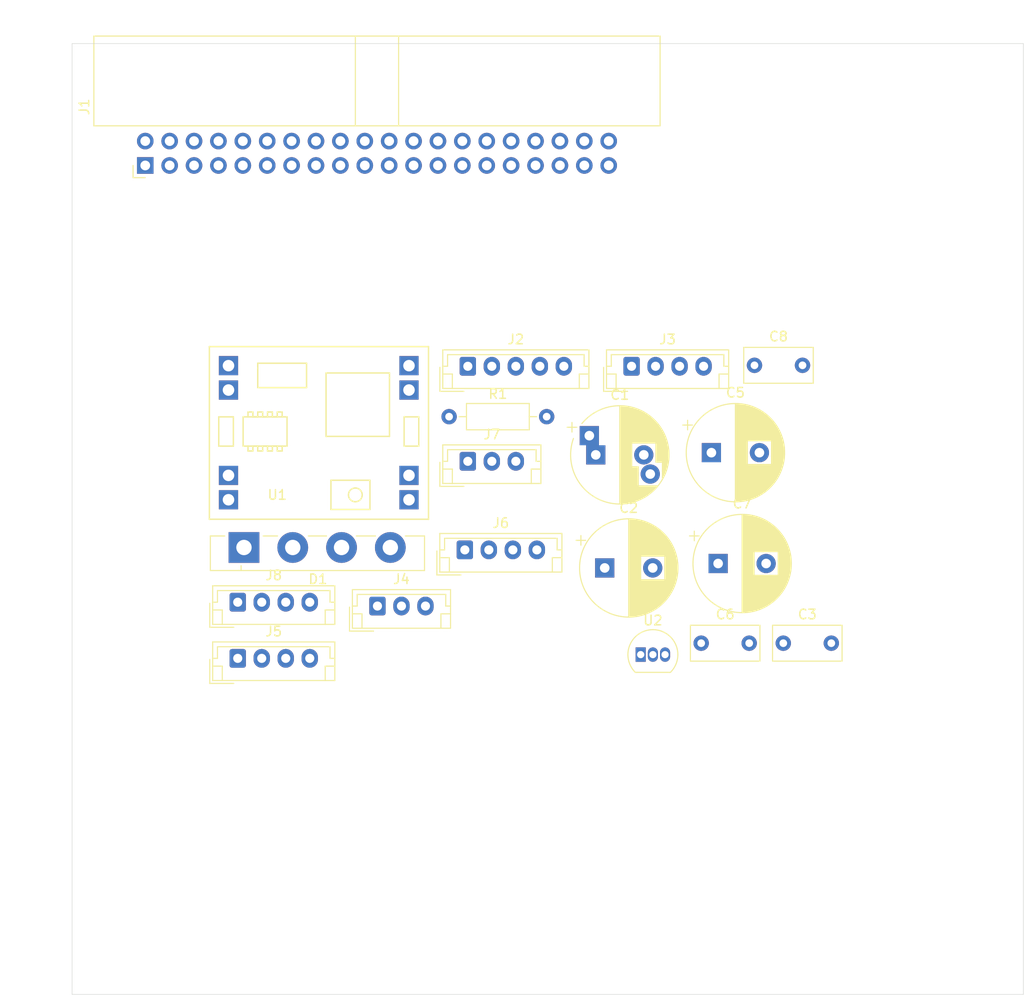
<source format=kicad_pcb>
(kicad_pcb (version 20171130) (host pcbnew 5.1.5)

  (general
    (thickness 1.6)
    (drawings 6)
    (tracks 0)
    (zones 0)
    (modules 19)
    (nets 46)
  )

  (page A4)
  (layers
    (0 F.Cu signal)
    (31 B.Cu signal)
    (32 B.Adhes user)
    (33 F.Adhes user)
    (34 B.Paste user)
    (35 F.Paste user)
    (36 B.SilkS user)
    (37 F.SilkS user)
    (38 B.Mask user)
    (39 F.Mask user)
    (40 Dwgs.User user)
    (41 Cmts.User user)
    (42 Eco1.User user)
    (43 Eco2.User user)
    (44 Edge.Cuts user)
    (45 Margin user)
    (46 B.CrtYd user)
    (47 F.CrtYd user)
    (48 B.Fab user)
    (49 F.Fab user)
  )

  (setup
    (last_trace_width 0.25)
    (trace_clearance 0.2)
    (zone_clearance 0.508)
    (zone_45_only no)
    (trace_min 0.2)
    (via_size 0.8)
    (via_drill 0.4)
    (via_min_size 0.4)
    (via_min_drill 0.3)
    (uvia_size 0.3)
    (uvia_drill 0.1)
    (uvias_allowed no)
    (uvia_min_size 0.2)
    (uvia_min_drill 0.1)
    (edge_width 0.05)
    (segment_width 0.2)
    (pcb_text_width 0.3)
    (pcb_text_size 1.5 1.5)
    (mod_edge_width 0.12)
    (mod_text_size 1 1)
    (mod_text_width 0.15)
    (pad_size 1.524 1.524)
    (pad_drill 0.762)
    (pad_to_mask_clearance 0.051)
    (solder_mask_min_width 0.25)
    (aux_axis_origin 0 0)
    (visible_elements FFFFFF7F)
    (pcbplotparams
      (layerselection 0x010fc_ffffffff)
      (usegerberextensions false)
      (usegerberattributes false)
      (usegerberadvancedattributes false)
      (creategerberjobfile false)
      (excludeedgelayer true)
      (linewidth 0.100000)
      (plotframeref false)
      (viasonmask false)
      (mode 1)
      (useauxorigin false)
      (hpglpennumber 1)
      (hpglpenspeed 20)
      (hpglpendiameter 15.000000)
      (psnegative false)
      (psa4output false)
      (plotreference true)
      (plotvalue true)
      (plotinvisibletext false)
      (padsonsilk false)
      (subtractmaskfromsilk false)
      (outputformat 1)
      (mirror false)
      (drillshape 1)
      (scaleselection 1)
      (outputdirectory ""))
  )

  (net 0 "")
  (net 1 GNDD)
  (net 2 /AC1)
  (net 3 /AC2)
  (net 4 /+3.3VA)
  (net 5 /AD2)
  (net 6 /AD1)
  (net 7 /AD3)
  (net 8 /SYNC_SCK)
  (net 9 /SYNC_DATA)
  (net 10 /ROT-B)
  (net 11 /ROT-A)
  (net 12 /MUTE)
  (net 13 /STBY)
  (net 14 /REMOTE)
  (net 15 GNDA)
  (net 16 /SP_L)
  (net 17 /OUT_L)
  (net 18 /OUT_R)
  (net 19 /SP_R)
  (net 20 "Net-(C1-Pad1)")
  (net 21 +5V)
  (net 22 "Net-(C5-Pad1)")
  (net 23 "Net-(C7-Pad1)")
  (net 24 "Net-(J1-Pad3)")
  (net 25 "Net-(J1-Pad4)")
  (net 26 "Net-(J1-Pad5)")
  (net 27 "Net-(J1-Pad6)")
  (net 28 "Net-(J1-Pad7)")
  (net 29 "Net-(J1-Pad8)")
  (net 30 "Net-(J1-Pad13)")
  (net 31 "Net-(J1-Pad20)")
  (net 32 "Net-(J1-Pad21)")
  (net 33 /QD_G)
  (net 34 /QD_L)
  (net 35 /QD_R)
  (net 36 "Net-(J1-Pad31)")
  (net 37 "Net-(J1-Pad32)")
  (net 38 /MP3_L)
  (net 39 /MP3_R)
  (net 40 /TUN_L)
  (net 41 /TUN_R)
  (net 42 "Net-(J3-Pad1)")
  (net 43 "Net-(J8-Pad1)")
  (net 44 /SDA)
  (net 45 /SCL)

  (net_class Default "Это класс цепей по умолчанию."
    (clearance 0.2)
    (trace_width 0.25)
    (via_dia 0.8)
    (via_drill 0.4)
    (uvia_dia 0.3)
    (uvia_drill 0.1)
    (add_net +5V)
    (add_net /+3.3VA)
    (add_net /AC1)
    (add_net /AC2)
    (add_net /AD1)
    (add_net /AD2)
    (add_net /AD3)
    (add_net /MP3_L)
    (add_net /MP3_R)
    (add_net /MUTE)
    (add_net /OUT_L)
    (add_net /OUT_R)
    (add_net /QD_G)
    (add_net /QD_L)
    (add_net /QD_R)
    (add_net /REMOTE)
    (add_net /ROT-A)
    (add_net /ROT-B)
    (add_net /SCL)
    (add_net /SDA)
    (add_net /SP_L)
    (add_net /SP_R)
    (add_net /STBY)
    (add_net /SYNC_DATA)
    (add_net /SYNC_SCK)
    (add_net /TUN_L)
    (add_net /TUN_R)
    (add_net GNDA)
    (add_net GNDD)
    (add_net "Net-(C1-Pad1)")
    (add_net "Net-(C5-Pad1)")
    (add_net "Net-(C7-Pad1)")
    (add_net "Net-(J1-Pad13)")
    (add_net "Net-(J1-Pad20)")
    (add_net "Net-(J1-Pad21)")
    (add_net "Net-(J1-Pad3)")
    (add_net "Net-(J1-Pad31)")
    (add_net "Net-(J1-Pad32)")
    (add_net "Net-(J1-Pad4)")
    (add_net "Net-(J1-Pad5)")
    (add_net "Net-(J1-Pad6)")
    (add_net "Net-(J1-Pad7)")
    (add_net "Net-(J1-Pad8)")
    (add_net "Net-(J3-Pad1)")
    (add_net "Net-(J8-Pad1)")
  )

  (module Connector_IDC:IDC-Header_2x20_P2.54mm_Horizontal (layer F.Cu) (tedit 59DE239E) (tstamp 5E2C169C)
    (at 106.68 45.72 90)
    (descr "Through hole angled IDC box header, 2x20, 2.54mm pitch, double rows")
    (tags "Through hole IDC box header THT 2x20 2.54mm double row")
    (path /5E2487D7)
    (fp_text reference J1 (at 6.105 -6.35 90) (layer F.SilkS)
      (effects (font (size 1 1) (thickness 0.15)))
    )
    (fp_text value H-MS1110_Bus (at 6.105 54.864 90) (layer F.Fab)
      (effects (font (size 1 1) (thickness 0.15)))
    )
    (fp_text user %R (at 8.805 24.13) (layer F.Fab)
      (effects (font (size 1 1) (thickness 0.15)))
    )
    (fp_line (start -0.32 -0.32) (end -0.32 0.32) (layer F.Fab) (width 0.1))
    (fp_line (start -0.32 0.32) (end 4.38 0.32) (layer F.Fab) (width 0.1))
    (fp_line (start -0.32 10.48) (end 4.38 10.48) (layer F.Fab) (width 0.1))
    (fp_line (start -0.32 12.38) (end -0.32 13.02) (layer F.Fab) (width 0.1))
    (fp_line (start -0.32 13.02) (end 4.38 13.02) (layer F.Fab) (width 0.1))
    (fp_line (start -0.32 14.92) (end -0.32 15.56) (layer F.Fab) (width 0.1))
    (fp_line (start -0.32 15.56) (end 4.38 15.56) (layer F.Fab) (width 0.1))
    (fp_line (start -0.32 17.46) (end -0.32 18.1) (layer F.Fab) (width 0.1))
    (fp_line (start -0.32 18.1) (end 4.38 18.1) (layer F.Fab) (width 0.1))
    (fp_line (start -0.32 2.22) (end -0.32 2.86) (layer F.Fab) (width 0.1))
    (fp_line (start -0.32 2.86) (end 4.38 2.86) (layer F.Fab) (width 0.1))
    (fp_line (start -0.32 20) (end -0.32 20.64) (layer F.Fab) (width 0.1))
    (fp_line (start -0.32 20.64) (end 4.38 20.64) (layer F.Fab) (width 0.1))
    (fp_line (start -0.32 22.54) (end -0.32 23.18) (layer F.Fab) (width 0.1))
    (fp_line (start -0.32 23.18) (end 4.38 23.18) (layer F.Fab) (width 0.1))
    (fp_line (start -0.32 25.08) (end -0.32 25.72) (layer F.Fab) (width 0.1))
    (fp_line (start -0.32 25.72) (end 4.38 25.72) (layer F.Fab) (width 0.1))
    (fp_line (start -0.32 27.62) (end -0.32 28.26) (layer F.Fab) (width 0.1))
    (fp_line (start -0.32 28.26) (end 4.38 28.26) (layer F.Fab) (width 0.1))
    (fp_line (start -0.32 30.16) (end -0.32 30.8) (layer F.Fab) (width 0.1))
    (fp_line (start -0.32 30.8) (end 4.38 30.8) (layer F.Fab) (width 0.1))
    (fp_line (start -0.32 32.7) (end -0.32 33.34) (layer F.Fab) (width 0.1))
    (fp_line (start -0.32 33.34) (end 4.38 33.34) (layer F.Fab) (width 0.1))
    (fp_line (start -0.32 35.24) (end -0.32 35.88) (layer F.Fab) (width 0.1))
    (fp_line (start -0.32 35.88) (end 4.38 35.88) (layer F.Fab) (width 0.1))
    (fp_line (start -0.32 37.78) (end -0.32 38.42) (layer F.Fab) (width 0.1))
    (fp_line (start -0.32 38.42) (end 4.38 38.42) (layer F.Fab) (width 0.1))
    (fp_line (start -0.32 4.76) (end -0.32 5.4) (layer F.Fab) (width 0.1))
    (fp_line (start -0.32 40.32) (end -0.32 40.96) (layer F.Fab) (width 0.1))
    (fp_line (start -0.32 40.96) (end 4.38 40.96) (layer F.Fab) (width 0.1))
    (fp_line (start -0.32 42.86) (end -0.32 43.5) (layer F.Fab) (width 0.1))
    (fp_line (start -0.32 43.5) (end 4.38 43.5) (layer F.Fab) (width 0.1))
    (fp_line (start -0.32 45.4) (end -0.32 46.04) (layer F.Fab) (width 0.1))
    (fp_line (start -0.32 46.04) (end 4.38 46.04) (layer F.Fab) (width 0.1))
    (fp_line (start -0.32 47.94) (end -0.32 48.58) (layer F.Fab) (width 0.1))
    (fp_line (start -0.32 48.58) (end 4.38 48.58) (layer F.Fab) (width 0.1))
    (fp_line (start -0.32 5.4) (end 4.38 5.4) (layer F.Fab) (width 0.1))
    (fp_line (start -0.32 7.3) (end -0.32 7.94) (layer F.Fab) (width 0.1))
    (fp_line (start -0.32 7.94) (end 4.38 7.94) (layer F.Fab) (width 0.1))
    (fp_line (start -0.32 9.84) (end -0.32 10.48) (layer F.Fab) (width 0.1))
    (fp_line (start 13.23 53.36) (end 13.23 -5.1) (layer F.Fab) (width 0.1))
    (fp_line (start 4.38 -0.32) (end -0.32 -0.32) (layer F.Fab) (width 0.1))
    (fp_line (start 4.38 -4.1) (end 5.38 -5.1) (layer F.Fab) (width 0.1))
    (fp_line (start 4.38 12.38) (end -0.32 12.38) (layer F.Fab) (width 0.1))
    (fp_line (start 4.38 14.92) (end -0.32 14.92) (layer F.Fab) (width 0.1))
    (fp_line (start 4.38 17.46) (end -0.32 17.46) (layer F.Fab) (width 0.1))
    (fp_line (start 4.38 2.22) (end -0.32 2.22) (layer F.Fab) (width 0.1))
    (fp_line (start 4.38 20) (end -0.32 20) (layer F.Fab) (width 0.1))
    (fp_line (start 4.38 21.88) (end 13.23 21.88) (layer F.Fab) (width 0.1))
    (fp_line (start 4.38 22.54) (end -0.32 22.54) (layer F.Fab) (width 0.1))
    (fp_line (start 4.38 25.08) (end -0.32 25.08) (layer F.Fab) (width 0.1))
    (fp_line (start 4.38 26.38) (end 13.23 26.38) (layer F.Fab) (width 0.1))
    (fp_line (start 4.38 27.62) (end -0.32 27.62) (layer F.Fab) (width 0.1))
    (fp_line (start 4.38 30.16) (end -0.32 30.16) (layer F.Fab) (width 0.1))
    (fp_line (start 4.38 32.7) (end -0.32 32.7) (layer F.Fab) (width 0.1))
    (fp_line (start 4.38 35.24) (end -0.32 35.24) (layer F.Fab) (width 0.1))
    (fp_line (start 4.38 37.78) (end -0.32 37.78) (layer F.Fab) (width 0.1))
    (fp_line (start 4.38 4.76) (end -0.32 4.76) (layer F.Fab) (width 0.1))
    (fp_line (start 4.38 40.32) (end -0.32 40.32) (layer F.Fab) (width 0.1))
    (fp_line (start 4.38 42.86) (end -0.32 42.86) (layer F.Fab) (width 0.1))
    (fp_line (start 4.38 45.4) (end -0.32 45.4) (layer F.Fab) (width 0.1))
    (fp_line (start 4.38 47.94) (end -0.32 47.94) (layer F.Fab) (width 0.1))
    (fp_line (start 4.38 53.36) (end 13.23 53.36) (layer F.Fab) (width 0.1))
    (fp_line (start 4.38 53.36) (end 4.38 -4.1) (layer F.Fab) (width 0.1))
    (fp_line (start 4.38 7.3) (end -0.32 7.3) (layer F.Fab) (width 0.1))
    (fp_line (start 4.38 9.84) (end -0.32 9.84) (layer F.Fab) (width 0.1))
    (fp_line (start 5.38 -5.1) (end 13.23 -5.1) (layer F.Fab) (width 0.1))
    (fp_line (start -1.27 -1.27) (end -1.27 0) (layer F.SilkS) (width 0.12))
    (fp_line (start 0 -1.27) (end -1.27 -1.27) (layer F.SilkS) (width 0.12))
    (fp_line (start 13.48 -5.35) (end 13.48 53.61) (layer F.SilkS) (width 0.12))
    (fp_line (start 4.13 -5.35) (end 13.48 -5.35) (layer F.SilkS) (width 0.12))
    (fp_line (start 4.13 21.88) (end 13.48 21.88) (layer F.SilkS) (width 0.12))
    (fp_line (start 4.13 26.38) (end 13.48 26.38) (layer F.SilkS) (width 0.12))
    (fp_line (start 4.13 53.61) (end 13.48 53.61) (layer F.SilkS) (width 0.12))
    (fp_line (start 4.13 53.61) (end 4.13 -5.35) (layer F.SilkS) (width 0.12))
    (fp_line (start -1.12 -5.35) (end 13.48 -5.35) (layer F.CrtYd) (width 0.05))
    (fp_line (start -1.12 53.61) (end -1.12 -5.35) (layer F.CrtYd) (width 0.05))
    (fp_line (start 13.48 -5.35) (end 13.48 53.61) (layer F.CrtYd) (width 0.05))
    (fp_line (start 13.48 53.61) (end -1.12 53.61) (layer F.CrtYd) (width 0.05))
    (pad 1 thru_hole rect (at 0 0 90) (size 1.7272 1.7272) (drill 1.016) (layers *.Cu *.Mask)
      (net 5 /AD2))
    (pad 2 thru_hole oval (at 2.54 0 90) (size 1.7272 1.7272) (drill 1.016) (layers *.Cu *.Mask)
      (net 6 /AD1))
    (pad 3 thru_hole oval (at 0 2.54 90) (size 1.7272 1.7272) (drill 1.016) (layers *.Cu *.Mask)
      (net 24 "Net-(J1-Pad3)"))
    (pad 4 thru_hole oval (at 2.54 2.54 90) (size 1.7272 1.7272) (drill 1.016) (layers *.Cu *.Mask)
      (net 25 "Net-(J1-Pad4)"))
    (pad 5 thru_hole oval (at 0 5.08 90) (size 1.7272 1.7272) (drill 1.016) (layers *.Cu *.Mask)
      (net 26 "Net-(J1-Pad5)"))
    (pad 6 thru_hole oval (at 2.54 5.08 90) (size 1.7272 1.7272) (drill 1.016) (layers *.Cu *.Mask)
      (net 27 "Net-(J1-Pad6)"))
    (pad 7 thru_hole oval (at 0 7.62 90) (size 1.7272 1.7272) (drill 1.016) (layers *.Cu *.Mask)
      (net 28 "Net-(J1-Pad7)"))
    (pad 8 thru_hole oval (at 2.54 7.62 90) (size 1.7272 1.7272) (drill 1.016) (layers *.Cu *.Mask)
      (net 29 "Net-(J1-Pad8)"))
    (pad 9 thru_hole oval (at 0 10.16 90) (size 1.7272 1.7272) (drill 1.016) (layers *.Cu *.Mask)
      (net 4 /+3.3VA))
    (pad 10 thru_hole oval (at 2.54 10.16 90) (size 1.7272 1.7272) (drill 1.016) (layers *.Cu *.Mask)
      (net 10 /ROT-B))
    (pad 11 thru_hole oval (at 0 12.7 90) (size 1.7272 1.7272) (drill 1.016) (layers *.Cu *.Mask)
      (net 1 GNDD))
    (pad 12 thru_hole oval (at 2.54 12.7 90) (size 1.7272 1.7272) (drill 1.016) (layers *.Cu *.Mask)
      (net 11 /ROT-A))
    (pad 13 thru_hole oval (at 0 15.24 90) (size 1.7272 1.7272) (drill 1.016) (layers *.Cu *.Mask)
      (net 30 "Net-(J1-Pad13)"))
    (pad 14 thru_hole oval (at 2.54 15.24 90) (size 1.7272 1.7272) (drill 1.016) (layers *.Cu *.Mask)
      (net 7 /AD3))
    (pad 15 thru_hole oval (at 0 17.78 90) (size 1.7272 1.7272) (drill 1.016) (layers *.Cu *.Mask)
      (net 14 /REMOTE))
    (pad 16 thru_hole oval (at 2.54 17.78 90) (size 1.7272 1.7272) (drill 1.016) (layers *.Cu *.Mask)
      (net 9 /SYNC_DATA))
    (pad 17 thru_hole oval (at 0 20.32 90) (size 1.7272 1.7272) (drill 1.016) (layers *.Cu *.Mask)
      (net 2 /AC1))
    (pad 18 thru_hole oval (at 2.54 20.32 90) (size 1.7272 1.7272) (drill 1.016) (layers *.Cu *.Mask)
      (net 8 /SYNC_SCK))
    (pad 19 thru_hole oval (at 0 22.86 90) (size 1.7272 1.7272) (drill 1.016) (layers *.Cu *.Mask)
      (net 3 /AC2))
    (pad 20 thru_hole oval (at 2.54 22.86 90) (size 1.7272 1.7272) (drill 1.016) (layers *.Cu *.Mask)
      (net 31 "Net-(J1-Pad20)"))
    (pad 21 thru_hole oval (at 0 25.4 90) (size 1.7272 1.7272) (drill 1.016) (layers *.Cu *.Mask)
      (net 32 "Net-(J1-Pad21)"))
    (pad 22 thru_hole oval (at 2.54 25.4 90) (size 1.7272 1.7272) (drill 1.016) (layers *.Cu *.Mask)
      (net 13 /STBY))
    (pad 23 thru_hole oval (at 0 27.94 90) (size 1.7272 1.7272) (drill 1.016) (layers *.Cu *.Mask)
      (net 33 /QD_G))
    (pad 24 thru_hole oval (at 2.54 27.94 90) (size 1.7272 1.7272) (drill 1.016) (layers *.Cu *.Mask)
      (net 12 /MUTE))
    (pad 25 thru_hole oval (at 0 30.48 90) (size 1.7272 1.7272) (drill 1.016) (layers *.Cu *.Mask)
      (net 15 GNDA))
    (pad 26 thru_hole oval (at 2.54 30.48 90) (size 1.7272 1.7272) (drill 1.016) (layers *.Cu *.Mask)
      (net 34 /QD_L))
    (pad 27 thru_hole oval (at 0 33.02 90) (size 1.7272 1.7272) (drill 1.016) (layers *.Cu *.Mask)
      (net 16 /SP_L))
    (pad 28 thru_hole oval (at 2.54 33.02 90) (size 1.7272 1.7272) (drill 1.016) (layers *.Cu *.Mask)
      (net 35 /QD_R))
    (pad 29 thru_hole oval (at 0 35.56 90) (size 1.7272 1.7272) (drill 1.016) (layers *.Cu *.Mask)
      (net 17 /OUT_L))
    (pad 30 thru_hole oval (at 2.54 35.56 90) (size 1.7272 1.7272) (drill 1.016) (layers *.Cu *.Mask)
      (net 18 /OUT_R))
    (pad 31 thru_hole oval (at 0 38.1 90) (size 1.7272 1.7272) (drill 1.016) (layers *.Cu *.Mask)
      (net 36 "Net-(J1-Pad31)"))
    (pad 32 thru_hole oval (at 2.54 38.1 90) (size 1.7272 1.7272) (drill 1.016) (layers *.Cu *.Mask)
      (net 37 "Net-(J1-Pad32)"))
    (pad 33 thru_hole oval (at 0 40.64 90) (size 1.7272 1.7272) (drill 1.016) (layers *.Cu *.Mask)
      (net 15 GNDA))
    (pad 34 thru_hole oval (at 2.54 40.64 90) (size 1.7272 1.7272) (drill 1.016) (layers *.Cu *.Mask)
      (net 19 /SP_R))
    (pad 35 thru_hole oval (at 0 43.18 90) (size 1.7272 1.7272) (drill 1.016) (layers *.Cu *.Mask)
      (net 15 GNDA))
    (pad 36 thru_hole oval (at 2.54 43.18 90) (size 1.7272 1.7272) (drill 1.016) (layers *.Cu *.Mask)
      (net 38 /MP3_L))
    (pad 37 thru_hole oval (at 0 45.72 90) (size 1.7272 1.7272) (drill 1.016) (layers *.Cu *.Mask)
      (net 39 /MP3_R))
    (pad 38 thru_hole oval (at 2.54 45.72 90) (size 1.7272 1.7272) (drill 1.016) (layers *.Cu *.Mask)
      (net 15 GNDA))
    (pad 39 thru_hole oval (at 0 48.26 90) (size 1.7272 1.7272) (drill 1.016) (layers *.Cu *.Mask)
      (net 40 /TUN_L))
    (pad 40 thru_hole oval (at 2.54 48.26 90) (size 1.7272 1.7272) (drill 1.016) (layers *.Cu *.Mask)
      (net 41 /TUN_R))
    (model ${KISYS3DMOD}/Connector_IDC.3dshapes/IDC-Header_2x20_P2.54mm_Horizontal.wrl
      (at (xyz 0 0 0))
      (scale (xyz 1 1 1))
      (rotate (xyz 0 0 0))
    )
  )

  (module Capacitor_THT:CP_Radial_D10.0mm_P5.00mm_P7.50mm (layer F.Cu) (tedit 5AE50EF1) (tstamp 5E7F5D39)
    (at 153.593647 75.871001)
    (descr "CP, Radial series, Radial, pin pitch=5.00mm 7.50mm, , diameter=10mm, Electrolytic Capacitor")
    (tags "CP Radial series Radial pin pitch 5.00mm 7.50mm  diameter 10mm Electrolytic Capacitor")
    (path /5E2C8E45)
    (fp_text reference C1 (at 2.5 -6.25) (layer F.SilkS)
      (effects (font (size 1 1) (thickness 0.15)))
    )
    (fp_text value 1000.0 (at 2.5 6.25) (layer F.Fab)
      (effects (font (size 1 1) (thickness 0.15)))
    )
    (fp_arc (start 2.5 0) (end -1.448012 -3.26) (angle 340) (layer F.SilkS) (width 0.12))
    (fp_circle (center 2.5 0) (end 7.5 0) (layer F.Fab) (width 0.1))
    (fp_circle (center 2.5 0) (end 7.98 0) (layer F.CrtYd) (width 0.05))
    (fp_line (start -1.788861 -2.1875) (end -0.788861 -2.1875) (layer F.Fab) (width 0.1))
    (fp_line (start -1.288861 -2.6875) (end -1.288861 -1.6875) (layer F.Fab) (width 0.1))
    (fp_line (start 2.5 -5.08) (end 2.5 5.08) (layer F.SilkS) (width 0.12))
    (fp_line (start 2.54 -5.08) (end 2.54 5.08) (layer F.SilkS) (width 0.12))
    (fp_line (start 2.58 -5.08) (end 2.58 5.08) (layer F.SilkS) (width 0.12))
    (fp_line (start 2.62 -5.079) (end 2.62 5.079) (layer F.SilkS) (width 0.12))
    (fp_line (start 2.66 -5.078) (end 2.66 5.078) (layer F.SilkS) (width 0.12))
    (fp_line (start 2.7 -5.077) (end 2.7 5.077) (layer F.SilkS) (width 0.12))
    (fp_line (start 2.74 -5.075) (end 2.74 5.075) (layer F.SilkS) (width 0.12))
    (fp_line (start 2.78 -5.073) (end 2.78 5.073) (layer F.SilkS) (width 0.12))
    (fp_line (start 2.82 -5.07) (end 2.82 5.07) (layer F.SilkS) (width 0.12))
    (fp_line (start 2.86 -5.068) (end 2.86 5.068) (layer F.SilkS) (width 0.12))
    (fp_line (start 2.9 -5.065) (end 2.9 5.065) (layer F.SilkS) (width 0.12))
    (fp_line (start 2.94 -5.062) (end 2.94 5.062) (layer F.SilkS) (width 0.12))
    (fp_line (start 2.98 -5.058) (end 2.98 5.058) (layer F.SilkS) (width 0.12))
    (fp_line (start 3.02 -5.054) (end 3.02 5.054) (layer F.SilkS) (width 0.12))
    (fp_line (start 3.06 -5.05) (end 3.06 5.05) (layer F.SilkS) (width 0.12))
    (fp_line (start 3.1 -5.045) (end 3.1 5.045) (layer F.SilkS) (width 0.12))
    (fp_line (start 3.14 -5.04) (end 3.14 5.04) (layer F.SilkS) (width 0.12))
    (fp_line (start 3.18 -5.035) (end 3.18 5.035) (layer F.SilkS) (width 0.12))
    (fp_line (start 3.221 -5.03) (end 3.221 5.03) (layer F.SilkS) (width 0.12))
    (fp_line (start 3.261 -5.024) (end 3.261 5.024) (layer F.SilkS) (width 0.12))
    (fp_line (start 3.301 -5.018) (end 3.301 5.018) (layer F.SilkS) (width 0.12))
    (fp_line (start 3.341 -5.011) (end 3.341 5.011) (layer F.SilkS) (width 0.12))
    (fp_line (start 3.381 -5.004) (end 3.381 5.004) (layer F.SilkS) (width 0.12))
    (fp_line (start 3.421 -4.997) (end 3.421 4.997) (layer F.SilkS) (width 0.12))
    (fp_line (start 3.461 -4.99) (end 3.461 4.99) (layer F.SilkS) (width 0.12))
    (fp_line (start 3.501 -4.982) (end 3.501 4.982) (layer F.SilkS) (width 0.12))
    (fp_line (start 3.541 -4.974) (end 3.541 4.974) (layer F.SilkS) (width 0.12))
    (fp_line (start 3.581 -4.965) (end 3.581 4.965) (layer F.SilkS) (width 0.12))
    (fp_line (start 3.621 -4.956) (end 3.621 4.956) (layer F.SilkS) (width 0.12))
    (fp_line (start 3.661 -4.947) (end 3.661 4.947) (layer F.SilkS) (width 0.12))
    (fp_line (start 3.701 -4.938) (end 3.701 4.938) (layer F.SilkS) (width 0.12))
    (fp_line (start 3.741 -4.928) (end 3.741 4.928) (layer F.SilkS) (width 0.12))
    (fp_line (start 3.781 -4.918) (end 3.781 -1.241) (layer F.SilkS) (width 0.12))
    (fp_line (start 3.781 1.241) (end 3.781 4.918) (layer F.SilkS) (width 0.12))
    (fp_line (start 3.821 -4.907) (end 3.821 -1.241) (layer F.SilkS) (width 0.12))
    (fp_line (start 3.821 1.241) (end 3.821 4.907) (layer F.SilkS) (width 0.12))
    (fp_line (start 3.861 -4.897) (end 3.861 -1.241) (layer F.SilkS) (width 0.12))
    (fp_line (start 3.861 1.241) (end 3.861 4.897) (layer F.SilkS) (width 0.12))
    (fp_line (start 3.901 -4.885) (end 3.901 -1.241) (layer F.SilkS) (width 0.12))
    (fp_line (start 3.901 1.241) (end 3.901 4.885) (layer F.SilkS) (width 0.12))
    (fp_line (start 3.941 -4.874) (end 3.941 -1.241) (layer F.SilkS) (width 0.12))
    (fp_line (start 3.941 1.241) (end 3.941 4.874) (layer F.SilkS) (width 0.12))
    (fp_line (start 3.981 -4.862) (end 3.981 -1.241) (layer F.SilkS) (width 0.12))
    (fp_line (start 3.981 1.241) (end 3.981 4.862) (layer F.SilkS) (width 0.12))
    (fp_line (start 4.021 -4.85) (end 4.021 -1.241) (layer F.SilkS) (width 0.12))
    (fp_line (start 4.021 1.241) (end 4.021 4.85) (layer F.SilkS) (width 0.12))
    (fp_line (start 4.061 -4.837) (end 4.061 -1.241) (layer F.SilkS) (width 0.12))
    (fp_line (start 4.061 1.241) (end 4.061 4.837) (layer F.SilkS) (width 0.12))
    (fp_line (start 4.101 -4.824) (end 4.101 -1.241) (layer F.SilkS) (width 0.12))
    (fp_line (start 4.101 1.241) (end 4.101 4.824) (layer F.SilkS) (width 0.12))
    (fp_line (start 4.141 -4.811) (end 4.141 -1.241) (layer F.SilkS) (width 0.12))
    (fp_line (start 4.141 1.241) (end 4.141 4.811) (layer F.SilkS) (width 0.12))
    (fp_line (start 4.181 -4.797) (end 4.181 -1.241) (layer F.SilkS) (width 0.12))
    (fp_line (start 4.181 1.241) (end 4.181 4.797) (layer F.SilkS) (width 0.12))
    (fp_line (start 4.221 -4.783) (end 4.221 -1.241) (layer F.SilkS) (width 0.12))
    (fp_line (start 4.221 1.241) (end 4.221 4.783) (layer F.SilkS) (width 0.12))
    (fp_line (start 4.261 -4.768) (end 4.261 -1.241) (layer F.SilkS) (width 0.12))
    (fp_line (start 4.261 1.241) (end 4.261 4.768) (layer F.SilkS) (width 0.12))
    (fp_line (start 4.301 -4.754) (end 4.301 -1.241) (layer F.SilkS) (width 0.12))
    (fp_line (start 4.301 1.241) (end 4.301 4.754) (layer F.SilkS) (width 0.12))
    (fp_line (start 4.341 -4.738) (end 4.341 -1.241) (layer F.SilkS) (width 0.12))
    (fp_line (start 4.341 1.241) (end 4.341 4.738) (layer F.SilkS) (width 0.12))
    (fp_line (start 4.381 -4.723) (end 4.381 -1.241) (layer F.SilkS) (width 0.12))
    (fp_line (start 4.381 1.241) (end 4.381 4.723) (layer F.SilkS) (width 0.12))
    (fp_line (start 4.421 -4.707) (end 4.421 -1.241) (layer F.SilkS) (width 0.12))
    (fp_line (start 4.421 1.241) (end 4.421 4.707) (layer F.SilkS) (width 0.12))
    (fp_line (start 4.461 -4.69) (end 4.461 -1.241) (layer F.SilkS) (width 0.12))
    (fp_line (start 4.461 3.24) (end 4.461 4.69) (layer F.SilkS) (width 0.12))
    (fp_line (start 4.501 -4.674) (end 4.501 -1.241) (layer F.SilkS) (width 0.12))
    (fp_line (start 4.501 3.24) (end 4.501 4.674) (layer F.SilkS) (width 0.12))
    (fp_line (start 4.541 -4.657) (end 4.541 -1.241) (layer F.SilkS) (width 0.12))
    (fp_line (start 4.541 3.24) (end 4.541 4.657) (layer F.SilkS) (width 0.12))
    (fp_line (start 4.581 -4.639) (end 4.581 -1.241) (layer F.SilkS) (width 0.12))
    (fp_line (start 4.581 3.24) (end 4.581 4.639) (layer F.SilkS) (width 0.12))
    (fp_line (start 4.621 -4.621) (end 4.621 -1.241) (layer F.SilkS) (width 0.12))
    (fp_line (start 4.621 3.24) (end 4.621 4.621) (layer F.SilkS) (width 0.12))
    (fp_line (start 4.661 -4.603) (end 4.661 -1.241) (layer F.SilkS) (width 0.12))
    (fp_line (start 4.661 3.24) (end 4.661 4.603) (layer F.SilkS) (width 0.12))
    (fp_line (start 4.701 -4.584) (end 4.701 -1.241) (layer F.SilkS) (width 0.12))
    (fp_line (start 4.701 3.24) (end 4.701 4.584) (layer F.SilkS) (width 0.12))
    (fp_line (start 4.741 -4.564) (end 4.741 -1.241) (layer F.SilkS) (width 0.12))
    (fp_line (start 4.741 3.24) (end 4.741 4.564) (layer F.SilkS) (width 0.12))
    (fp_line (start 4.781 -4.545) (end 4.781 -1.241) (layer F.SilkS) (width 0.12))
    (fp_line (start 4.781 3.24) (end 4.781 4.545) (layer F.SilkS) (width 0.12))
    (fp_line (start 4.821 -4.525) (end 4.821 -1.241) (layer F.SilkS) (width 0.12))
    (fp_line (start 4.821 3.24) (end 4.821 4.525) (layer F.SilkS) (width 0.12))
    (fp_line (start 4.861 -4.504) (end 4.861 -1.241) (layer F.SilkS) (width 0.12))
    (fp_line (start 4.861 3.24) (end 4.861 4.504) (layer F.SilkS) (width 0.12))
    (fp_line (start 4.901 -4.483) (end 4.901 -1.241) (layer F.SilkS) (width 0.12))
    (fp_line (start 4.901 3.24) (end 4.901 4.483) (layer F.SilkS) (width 0.12))
    (fp_line (start 4.941 -4.462) (end 4.941 -1.241) (layer F.SilkS) (width 0.12))
    (fp_line (start 4.941 3.24) (end 4.941 4.462) (layer F.SilkS) (width 0.12))
    (fp_line (start 4.981 -4.44) (end 4.981 -1.241) (layer F.SilkS) (width 0.12))
    (fp_line (start 4.981 3.24) (end 4.981 4.44) (layer F.SilkS) (width 0.12))
    (fp_line (start 5.021 -4.417) (end 5.021 -1.241) (layer F.SilkS) (width 0.12))
    (fp_line (start 5.021 3.24) (end 5.021 4.417) (layer F.SilkS) (width 0.12))
    (fp_line (start 5.061 -4.395) (end 5.061 -1.241) (layer F.SilkS) (width 0.12))
    (fp_line (start 5.061 3.24) (end 5.061 4.395) (layer F.SilkS) (width 0.12))
    (fp_line (start 5.101 -4.371) (end 5.101 -1.241) (layer F.SilkS) (width 0.12))
    (fp_line (start 5.101 3.24) (end 5.101 4.371) (layer F.SilkS) (width 0.12))
    (fp_line (start 5.141 -4.347) (end 5.141 -1.241) (layer F.SilkS) (width 0.12))
    (fp_line (start 5.141 3.24) (end 5.141 4.347) (layer F.SilkS) (width 0.12))
    (fp_line (start 5.181 -4.323) (end 5.181 -1.241) (layer F.SilkS) (width 0.12))
    (fp_line (start 5.181 3.24) (end 5.181 4.323) (layer F.SilkS) (width 0.12))
    (fp_line (start 5.221 -4.298) (end 5.221 -1.241) (layer F.SilkS) (width 0.12))
    (fp_line (start 5.221 3.24) (end 5.221 4.298) (layer F.SilkS) (width 0.12))
    (fp_line (start 5.261 -4.273) (end 5.261 -1.241) (layer F.SilkS) (width 0.12))
    (fp_line (start 5.261 3.24) (end 5.261 4.273) (layer F.SilkS) (width 0.12))
    (fp_line (start 5.301 -4.247) (end 5.301 -1.241) (layer F.SilkS) (width 0.12))
    (fp_line (start 5.301 3.24) (end 5.301 4.247) (layer F.SilkS) (width 0.12))
    (fp_line (start 5.341 -4.221) (end 5.341 -1.241) (layer F.SilkS) (width 0.12))
    (fp_line (start 5.341 3.24) (end 5.341 4.221) (layer F.SilkS) (width 0.12))
    (fp_line (start 5.381 -4.194) (end 5.381 -1.241) (layer F.SilkS) (width 0.12))
    (fp_line (start 5.381 3.24) (end 5.381 4.194) (layer F.SilkS) (width 0.12))
    (fp_line (start 5.421 -4.166) (end 5.421 -1.241) (layer F.SilkS) (width 0.12))
    (fp_line (start 5.421 3.24) (end 5.421 4.166) (layer F.SilkS) (width 0.12))
    (fp_line (start 5.461 -4.138) (end 5.461 -1.241) (layer F.SilkS) (width 0.12))
    (fp_line (start 5.461 3.24) (end 5.461 4.138) (layer F.SilkS) (width 0.12))
    (fp_line (start 5.501 -4.11) (end 5.501 -1.241) (layer F.SilkS) (width 0.12))
    (fp_line (start 5.501 3.24) (end 5.501 4.11) (layer F.SilkS) (width 0.12))
    (fp_line (start 5.541 -4.08) (end 5.541 -1.241) (layer F.SilkS) (width 0.12))
    (fp_line (start 5.541 3.24) (end 5.541 4.08) (layer F.SilkS) (width 0.12))
    (fp_line (start 5.581 -4.05) (end 5.581 -1.241) (layer F.SilkS) (width 0.12))
    (fp_line (start 5.581 3.24) (end 5.581 4.05) (layer F.SilkS) (width 0.12))
    (fp_line (start 5.621 -4.02) (end 5.621 -1.241) (layer F.SilkS) (width 0.12))
    (fp_line (start 5.621 3.24) (end 5.621 4.02) (layer F.SilkS) (width 0.12))
    (fp_line (start 5.661 -3.989) (end 5.661 -1.241) (layer F.SilkS) (width 0.12))
    (fp_line (start 5.661 3.24) (end 5.661 3.989) (layer F.SilkS) (width 0.12))
    (fp_line (start 5.701 -3.957) (end 5.701 -1.241) (layer F.SilkS) (width 0.12))
    (fp_line (start 5.701 3.24) (end 5.701 3.957) (layer F.SilkS) (width 0.12))
    (fp_line (start 5.741 -3.925) (end 5.741 -1.241) (layer F.SilkS) (width 0.12))
    (fp_line (start 5.741 3.24) (end 5.741 3.925) (layer F.SilkS) (width 0.12))
    (fp_line (start 5.781 -3.892) (end 5.781 -1.241) (layer F.SilkS) (width 0.12))
    (fp_line (start 5.781 3.24) (end 5.781 3.892) (layer F.SilkS) (width 0.12))
    (fp_line (start 5.821 -3.858) (end 5.821 -1.241) (layer F.SilkS) (width 0.12))
    (fp_line (start 5.821 3.24) (end 5.821 3.858) (layer F.SilkS) (width 0.12))
    (fp_line (start 5.861 -3.824) (end 5.861 -1.241) (layer F.SilkS) (width 0.12))
    (fp_line (start 5.861 3.24) (end 5.861 3.824) (layer F.SilkS) (width 0.12))
    (fp_line (start 5.901 -3.789) (end 5.901 -1.241) (layer F.SilkS) (width 0.12))
    (fp_line (start 5.901 3.24) (end 5.901 3.789) (layer F.SilkS) (width 0.12))
    (fp_line (start 5.941 -3.753) (end 5.941 -1.241) (layer F.SilkS) (width 0.12))
    (fp_line (start 5.941 3.24) (end 5.941 3.753) (layer F.SilkS) (width 0.12))
    (fp_line (start 5.981 -3.716) (end 5.981 -1.241) (layer F.SilkS) (width 0.12))
    (fp_line (start 5.981 3.24) (end 5.981 3.716) (layer F.SilkS) (width 0.12))
    (fp_line (start 6.021 -3.679) (end 6.021 -1.241) (layer F.SilkS) (width 0.12))
    (fp_line (start 6.021 3.24) (end 6.021 3.679) (layer F.SilkS) (width 0.12))
    (fp_line (start 6.061 -3.64) (end 6.061 -1.241) (layer F.SilkS) (width 0.12))
    (fp_line (start 6.061 3.24) (end 6.061 3.64) (layer F.SilkS) (width 0.12))
    (fp_line (start 6.101 -3.601) (end 6.101 -1.241) (layer F.SilkS) (width 0.12))
    (fp_line (start 6.101 3.24) (end 6.101 3.601) (layer F.SilkS) (width 0.12))
    (fp_line (start 6.141 -3.561) (end 6.141 -1.241) (layer F.SilkS) (width 0.12))
    (fp_line (start 6.141 3.24) (end 6.141 3.561) (layer F.SilkS) (width 0.12))
    (fp_line (start 6.181 -3.52) (end 6.181 -1.241) (layer F.SilkS) (width 0.12))
    (fp_line (start 6.181 3.24) (end 6.181 3.52) (layer F.SilkS) (width 0.12))
    (fp_line (start 6.221 -3.478) (end 6.221 -1.241) (layer F.SilkS) (width 0.12))
    (fp_line (start 6.221 3.24) (end 6.221 3.478) (layer F.SilkS) (width 0.12))
    (fp_line (start 6.261 -3.436) (end 6.261 0.76) (layer F.SilkS) (width 0.12))
    (fp_line (start 6.261 3.24) (end 6.261 3.436) (layer F.SilkS) (width 0.12))
    (fp_line (start 6.301 -3.392) (end 6.301 0.76) (layer F.SilkS) (width 0.12))
    (fp_line (start 6.301 3.24) (end 6.301 3.392) (layer F.SilkS) (width 0.12))
    (fp_line (start 6.341 -3.347) (end 6.341 0.76) (layer F.SilkS) (width 0.12))
    (fp_line (start 6.341 3.24) (end 6.341 3.347) (layer F.SilkS) (width 0.12))
    (fp_line (start 6.381 -3.301) (end 6.381 0.76) (layer F.SilkS) (width 0.12))
    (fp_line (start 6.381 3.24) (end 6.381 3.301) (layer F.SilkS) (width 0.12))
    (fp_line (start 6.421 -3.254) (end 6.421 0.76) (layer F.SilkS) (width 0.12))
    (fp_line (start 6.421 3.24) (end 6.421 3.254) (layer F.SilkS) (width 0.12))
    (fp_line (start 6.461 -3.206) (end 6.461 0.76) (layer F.SilkS) (width 0.12))
    (fp_line (start 6.501 -3.156) (end 6.501 0.76) (layer F.SilkS) (width 0.12))
    (fp_line (start 6.541 -3.106) (end 6.541 0.76) (layer F.SilkS) (width 0.12))
    (fp_line (start 6.581 -3.054) (end 6.581 0.76) (layer F.SilkS) (width 0.12))
    (fp_line (start 6.621 -3) (end 6.621 0.76) (layer F.SilkS) (width 0.12))
    (fp_line (start 6.661 -2.945) (end 6.661 0.76) (layer F.SilkS) (width 0.12))
    (fp_line (start 6.701 -2.889) (end 6.701 0.76) (layer F.SilkS) (width 0.12))
    (fp_line (start 6.741 -2.83) (end 6.741 0.76) (layer F.SilkS) (width 0.12))
    (fp_line (start 6.781 -2.77) (end 6.781 0.76) (layer F.SilkS) (width 0.12))
    (fp_line (start 6.821 -2.709) (end 6.821 0.76) (layer F.SilkS) (width 0.12))
    (fp_line (start 6.861 -2.645) (end 6.861 0.76) (layer F.SilkS) (width 0.12))
    (fp_line (start 6.901 -2.579) (end 6.901 0.76) (layer F.SilkS) (width 0.12))
    (fp_line (start 6.941 -2.51) (end 6.941 2.51) (layer F.SilkS) (width 0.12))
    (fp_line (start 6.981 -2.439) (end 6.981 2.439) (layer F.SilkS) (width 0.12))
    (fp_line (start 7.021 -2.365) (end 7.021 2.365) (layer F.SilkS) (width 0.12))
    (fp_line (start 7.061 -2.289) (end 7.061 2.289) (layer F.SilkS) (width 0.12))
    (fp_line (start 7.101 -2.209) (end 7.101 2.209) (layer F.SilkS) (width 0.12))
    (fp_line (start 7.141 -2.125) (end 7.141 2.125) (layer F.SilkS) (width 0.12))
    (fp_line (start 7.181 -2.037) (end 7.181 2.037) (layer F.SilkS) (width 0.12))
    (fp_line (start 7.221 -1.944) (end 7.221 1.944) (layer F.SilkS) (width 0.12))
    (fp_line (start 7.261 -1.846) (end 7.261 1.846) (layer F.SilkS) (width 0.12))
    (fp_line (start 7.301 -1.742) (end 7.301 1.742) (layer F.SilkS) (width 0.12))
    (fp_line (start 7.341 -1.63) (end 7.341 1.63) (layer F.SilkS) (width 0.12))
    (fp_line (start 7.381 -1.51) (end 7.381 1.51) (layer F.SilkS) (width 0.12))
    (fp_line (start 7.421 -1.378) (end 7.421 1.378) (layer F.SilkS) (width 0.12))
    (fp_line (start 7.461 -1.23) (end 7.461 1.23) (layer F.SilkS) (width 0.12))
    (fp_line (start 7.501 -1.062) (end 7.501 1.062) (layer F.SilkS) (width 0.12))
    (fp_line (start 7.541 -0.862) (end 7.541 0.862) (layer F.SilkS) (width 0.12))
    (fp_line (start 7.581 -0.599) (end 7.581 0.599) (layer F.SilkS) (width 0.12))
    (fp_line (start -2.979646 -2.875) (end -1.979646 -2.875) (layer F.SilkS) (width 0.12))
    (fp_line (start -2.479646 -3.375) (end -2.479646 -2.375) (layer F.SilkS) (width 0.12))
    (fp_text user %R (at 2.5 0) (layer F.Fab)
      (effects (font (size 1 1) (thickness 0.15)))
    )
    (pad 1 thru_hole rect (at 0 0) (size 2 2) (drill 1) (layers *.Cu *.Mask)
      (net 20 "Net-(C1-Pad1)"))
    (pad 2 thru_hole circle (at 5 0) (size 2 2) (drill 1) (layers *.Cu *.Mask)
      (net 1 GNDD))
    (pad 1 thru_hole rect (at -0.672144 -2) (size 2 2) (drill 1) (layers *.Cu *.Mask)
      (net 20 "Net-(C1-Pad1)"))
    (pad 2 thru_hole circle (at 5.672144 2) (size 2 2) (drill 1) (layers *.Cu *.Mask)
      (net 1 GNDD))
    (model ${KISYS3DMOD}/Capacitor_THT.3dshapes/CP_Radial_D10.0mm_P5.00mm_P7.50mm.wrl
      (at (xyz 0 0 0))
      (scale (xyz 1 1 1))
      (rotate (xyz 0 0 0))
    )
  )

  (module Capacitor_THT:CP_Radial_D10.0mm_P5.00mm (layer F.Cu) (tedit 5AE50EF1) (tstamp 5E7F5E05)
    (at 154.523647 87.651001)
    (descr "CP, Radial series, Radial, pin pitch=5.00mm, , diameter=10mm, Electrolytic Capacitor")
    (tags "CP Radial series Radial pin pitch 5.00mm  diameter 10mm Electrolytic Capacitor")
    (path /5E2DC279)
    (fp_text reference C2 (at 2.5 -6.25) (layer F.SilkS)
      (effects (font (size 1 1) (thickness 0.15)))
    )
    (fp_text value 470.0 (at 2.5 6.25) (layer F.Fab)
      (effects (font (size 1 1) (thickness 0.15)))
    )
    (fp_circle (center 2.5 0) (end 7.5 0) (layer F.Fab) (width 0.1))
    (fp_circle (center 2.5 0) (end 7.62 0) (layer F.SilkS) (width 0.12))
    (fp_circle (center 2.5 0) (end 7.75 0) (layer F.CrtYd) (width 0.05))
    (fp_line (start -1.788861 -2.1875) (end -0.788861 -2.1875) (layer F.Fab) (width 0.1))
    (fp_line (start -1.288861 -2.6875) (end -1.288861 -1.6875) (layer F.Fab) (width 0.1))
    (fp_line (start 2.5 -5.08) (end 2.5 5.08) (layer F.SilkS) (width 0.12))
    (fp_line (start 2.54 -5.08) (end 2.54 5.08) (layer F.SilkS) (width 0.12))
    (fp_line (start 2.58 -5.08) (end 2.58 5.08) (layer F.SilkS) (width 0.12))
    (fp_line (start 2.62 -5.079) (end 2.62 5.079) (layer F.SilkS) (width 0.12))
    (fp_line (start 2.66 -5.078) (end 2.66 5.078) (layer F.SilkS) (width 0.12))
    (fp_line (start 2.7 -5.077) (end 2.7 5.077) (layer F.SilkS) (width 0.12))
    (fp_line (start 2.74 -5.075) (end 2.74 5.075) (layer F.SilkS) (width 0.12))
    (fp_line (start 2.78 -5.073) (end 2.78 5.073) (layer F.SilkS) (width 0.12))
    (fp_line (start 2.82 -5.07) (end 2.82 5.07) (layer F.SilkS) (width 0.12))
    (fp_line (start 2.86 -5.068) (end 2.86 5.068) (layer F.SilkS) (width 0.12))
    (fp_line (start 2.9 -5.065) (end 2.9 5.065) (layer F.SilkS) (width 0.12))
    (fp_line (start 2.94 -5.062) (end 2.94 5.062) (layer F.SilkS) (width 0.12))
    (fp_line (start 2.98 -5.058) (end 2.98 5.058) (layer F.SilkS) (width 0.12))
    (fp_line (start 3.02 -5.054) (end 3.02 5.054) (layer F.SilkS) (width 0.12))
    (fp_line (start 3.06 -5.05) (end 3.06 5.05) (layer F.SilkS) (width 0.12))
    (fp_line (start 3.1 -5.045) (end 3.1 5.045) (layer F.SilkS) (width 0.12))
    (fp_line (start 3.14 -5.04) (end 3.14 5.04) (layer F.SilkS) (width 0.12))
    (fp_line (start 3.18 -5.035) (end 3.18 5.035) (layer F.SilkS) (width 0.12))
    (fp_line (start 3.221 -5.03) (end 3.221 5.03) (layer F.SilkS) (width 0.12))
    (fp_line (start 3.261 -5.024) (end 3.261 5.024) (layer F.SilkS) (width 0.12))
    (fp_line (start 3.301 -5.018) (end 3.301 5.018) (layer F.SilkS) (width 0.12))
    (fp_line (start 3.341 -5.011) (end 3.341 5.011) (layer F.SilkS) (width 0.12))
    (fp_line (start 3.381 -5.004) (end 3.381 5.004) (layer F.SilkS) (width 0.12))
    (fp_line (start 3.421 -4.997) (end 3.421 4.997) (layer F.SilkS) (width 0.12))
    (fp_line (start 3.461 -4.99) (end 3.461 4.99) (layer F.SilkS) (width 0.12))
    (fp_line (start 3.501 -4.982) (end 3.501 4.982) (layer F.SilkS) (width 0.12))
    (fp_line (start 3.541 -4.974) (end 3.541 4.974) (layer F.SilkS) (width 0.12))
    (fp_line (start 3.581 -4.965) (end 3.581 4.965) (layer F.SilkS) (width 0.12))
    (fp_line (start 3.621 -4.956) (end 3.621 4.956) (layer F.SilkS) (width 0.12))
    (fp_line (start 3.661 -4.947) (end 3.661 4.947) (layer F.SilkS) (width 0.12))
    (fp_line (start 3.701 -4.938) (end 3.701 4.938) (layer F.SilkS) (width 0.12))
    (fp_line (start 3.741 -4.928) (end 3.741 4.928) (layer F.SilkS) (width 0.12))
    (fp_line (start 3.781 -4.918) (end 3.781 -1.241) (layer F.SilkS) (width 0.12))
    (fp_line (start 3.781 1.241) (end 3.781 4.918) (layer F.SilkS) (width 0.12))
    (fp_line (start 3.821 -4.907) (end 3.821 -1.241) (layer F.SilkS) (width 0.12))
    (fp_line (start 3.821 1.241) (end 3.821 4.907) (layer F.SilkS) (width 0.12))
    (fp_line (start 3.861 -4.897) (end 3.861 -1.241) (layer F.SilkS) (width 0.12))
    (fp_line (start 3.861 1.241) (end 3.861 4.897) (layer F.SilkS) (width 0.12))
    (fp_line (start 3.901 -4.885) (end 3.901 -1.241) (layer F.SilkS) (width 0.12))
    (fp_line (start 3.901 1.241) (end 3.901 4.885) (layer F.SilkS) (width 0.12))
    (fp_line (start 3.941 -4.874) (end 3.941 -1.241) (layer F.SilkS) (width 0.12))
    (fp_line (start 3.941 1.241) (end 3.941 4.874) (layer F.SilkS) (width 0.12))
    (fp_line (start 3.981 -4.862) (end 3.981 -1.241) (layer F.SilkS) (width 0.12))
    (fp_line (start 3.981 1.241) (end 3.981 4.862) (layer F.SilkS) (width 0.12))
    (fp_line (start 4.021 -4.85) (end 4.021 -1.241) (layer F.SilkS) (width 0.12))
    (fp_line (start 4.021 1.241) (end 4.021 4.85) (layer F.SilkS) (width 0.12))
    (fp_line (start 4.061 -4.837) (end 4.061 -1.241) (layer F.SilkS) (width 0.12))
    (fp_line (start 4.061 1.241) (end 4.061 4.837) (layer F.SilkS) (width 0.12))
    (fp_line (start 4.101 -4.824) (end 4.101 -1.241) (layer F.SilkS) (width 0.12))
    (fp_line (start 4.101 1.241) (end 4.101 4.824) (layer F.SilkS) (width 0.12))
    (fp_line (start 4.141 -4.811) (end 4.141 -1.241) (layer F.SilkS) (width 0.12))
    (fp_line (start 4.141 1.241) (end 4.141 4.811) (layer F.SilkS) (width 0.12))
    (fp_line (start 4.181 -4.797) (end 4.181 -1.241) (layer F.SilkS) (width 0.12))
    (fp_line (start 4.181 1.241) (end 4.181 4.797) (layer F.SilkS) (width 0.12))
    (fp_line (start 4.221 -4.783) (end 4.221 -1.241) (layer F.SilkS) (width 0.12))
    (fp_line (start 4.221 1.241) (end 4.221 4.783) (layer F.SilkS) (width 0.12))
    (fp_line (start 4.261 -4.768) (end 4.261 -1.241) (layer F.SilkS) (width 0.12))
    (fp_line (start 4.261 1.241) (end 4.261 4.768) (layer F.SilkS) (width 0.12))
    (fp_line (start 4.301 -4.754) (end 4.301 -1.241) (layer F.SilkS) (width 0.12))
    (fp_line (start 4.301 1.241) (end 4.301 4.754) (layer F.SilkS) (width 0.12))
    (fp_line (start 4.341 -4.738) (end 4.341 -1.241) (layer F.SilkS) (width 0.12))
    (fp_line (start 4.341 1.241) (end 4.341 4.738) (layer F.SilkS) (width 0.12))
    (fp_line (start 4.381 -4.723) (end 4.381 -1.241) (layer F.SilkS) (width 0.12))
    (fp_line (start 4.381 1.241) (end 4.381 4.723) (layer F.SilkS) (width 0.12))
    (fp_line (start 4.421 -4.707) (end 4.421 -1.241) (layer F.SilkS) (width 0.12))
    (fp_line (start 4.421 1.241) (end 4.421 4.707) (layer F.SilkS) (width 0.12))
    (fp_line (start 4.461 -4.69) (end 4.461 -1.241) (layer F.SilkS) (width 0.12))
    (fp_line (start 4.461 1.241) (end 4.461 4.69) (layer F.SilkS) (width 0.12))
    (fp_line (start 4.501 -4.674) (end 4.501 -1.241) (layer F.SilkS) (width 0.12))
    (fp_line (start 4.501 1.241) (end 4.501 4.674) (layer F.SilkS) (width 0.12))
    (fp_line (start 4.541 -4.657) (end 4.541 -1.241) (layer F.SilkS) (width 0.12))
    (fp_line (start 4.541 1.241) (end 4.541 4.657) (layer F.SilkS) (width 0.12))
    (fp_line (start 4.581 -4.639) (end 4.581 -1.241) (layer F.SilkS) (width 0.12))
    (fp_line (start 4.581 1.241) (end 4.581 4.639) (layer F.SilkS) (width 0.12))
    (fp_line (start 4.621 -4.621) (end 4.621 -1.241) (layer F.SilkS) (width 0.12))
    (fp_line (start 4.621 1.241) (end 4.621 4.621) (layer F.SilkS) (width 0.12))
    (fp_line (start 4.661 -4.603) (end 4.661 -1.241) (layer F.SilkS) (width 0.12))
    (fp_line (start 4.661 1.241) (end 4.661 4.603) (layer F.SilkS) (width 0.12))
    (fp_line (start 4.701 -4.584) (end 4.701 -1.241) (layer F.SilkS) (width 0.12))
    (fp_line (start 4.701 1.241) (end 4.701 4.584) (layer F.SilkS) (width 0.12))
    (fp_line (start 4.741 -4.564) (end 4.741 -1.241) (layer F.SilkS) (width 0.12))
    (fp_line (start 4.741 1.241) (end 4.741 4.564) (layer F.SilkS) (width 0.12))
    (fp_line (start 4.781 -4.545) (end 4.781 -1.241) (layer F.SilkS) (width 0.12))
    (fp_line (start 4.781 1.241) (end 4.781 4.545) (layer F.SilkS) (width 0.12))
    (fp_line (start 4.821 -4.525) (end 4.821 -1.241) (layer F.SilkS) (width 0.12))
    (fp_line (start 4.821 1.241) (end 4.821 4.525) (layer F.SilkS) (width 0.12))
    (fp_line (start 4.861 -4.504) (end 4.861 -1.241) (layer F.SilkS) (width 0.12))
    (fp_line (start 4.861 1.241) (end 4.861 4.504) (layer F.SilkS) (width 0.12))
    (fp_line (start 4.901 -4.483) (end 4.901 -1.241) (layer F.SilkS) (width 0.12))
    (fp_line (start 4.901 1.241) (end 4.901 4.483) (layer F.SilkS) (width 0.12))
    (fp_line (start 4.941 -4.462) (end 4.941 -1.241) (layer F.SilkS) (width 0.12))
    (fp_line (start 4.941 1.241) (end 4.941 4.462) (layer F.SilkS) (width 0.12))
    (fp_line (start 4.981 -4.44) (end 4.981 -1.241) (layer F.SilkS) (width 0.12))
    (fp_line (start 4.981 1.241) (end 4.981 4.44) (layer F.SilkS) (width 0.12))
    (fp_line (start 5.021 -4.417) (end 5.021 -1.241) (layer F.SilkS) (width 0.12))
    (fp_line (start 5.021 1.241) (end 5.021 4.417) (layer F.SilkS) (width 0.12))
    (fp_line (start 5.061 -4.395) (end 5.061 -1.241) (layer F.SilkS) (width 0.12))
    (fp_line (start 5.061 1.241) (end 5.061 4.395) (layer F.SilkS) (width 0.12))
    (fp_line (start 5.101 -4.371) (end 5.101 -1.241) (layer F.SilkS) (width 0.12))
    (fp_line (start 5.101 1.241) (end 5.101 4.371) (layer F.SilkS) (width 0.12))
    (fp_line (start 5.141 -4.347) (end 5.141 -1.241) (layer F.SilkS) (width 0.12))
    (fp_line (start 5.141 1.241) (end 5.141 4.347) (layer F.SilkS) (width 0.12))
    (fp_line (start 5.181 -4.323) (end 5.181 -1.241) (layer F.SilkS) (width 0.12))
    (fp_line (start 5.181 1.241) (end 5.181 4.323) (layer F.SilkS) (width 0.12))
    (fp_line (start 5.221 -4.298) (end 5.221 -1.241) (layer F.SilkS) (width 0.12))
    (fp_line (start 5.221 1.241) (end 5.221 4.298) (layer F.SilkS) (width 0.12))
    (fp_line (start 5.261 -4.273) (end 5.261 -1.241) (layer F.SilkS) (width 0.12))
    (fp_line (start 5.261 1.241) (end 5.261 4.273) (layer F.SilkS) (width 0.12))
    (fp_line (start 5.301 -4.247) (end 5.301 -1.241) (layer F.SilkS) (width 0.12))
    (fp_line (start 5.301 1.241) (end 5.301 4.247) (layer F.SilkS) (width 0.12))
    (fp_line (start 5.341 -4.221) (end 5.341 -1.241) (layer F.SilkS) (width 0.12))
    (fp_line (start 5.341 1.241) (end 5.341 4.221) (layer F.SilkS) (width 0.12))
    (fp_line (start 5.381 -4.194) (end 5.381 -1.241) (layer F.SilkS) (width 0.12))
    (fp_line (start 5.381 1.241) (end 5.381 4.194) (layer F.SilkS) (width 0.12))
    (fp_line (start 5.421 -4.166) (end 5.421 -1.241) (layer F.SilkS) (width 0.12))
    (fp_line (start 5.421 1.241) (end 5.421 4.166) (layer F.SilkS) (width 0.12))
    (fp_line (start 5.461 -4.138) (end 5.461 -1.241) (layer F.SilkS) (width 0.12))
    (fp_line (start 5.461 1.241) (end 5.461 4.138) (layer F.SilkS) (width 0.12))
    (fp_line (start 5.501 -4.11) (end 5.501 -1.241) (layer F.SilkS) (width 0.12))
    (fp_line (start 5.501 1.241) (end 5.501 4.11) (layer F.SilkS) (width 0.12))
    (fp_line (start 5.541 -4.08) (end 5.541 -1.241) (layer F.SilkS) (width 0.12))
    (fp_line (start 5.541 1.241) (end 5.541 4.08) (layer F.SilkS) (width 0.12))
    (fp_line (start 5.581 -4.05) (end 5.581 -1.241) (layer F.SilkS) (width 0.12))
    (fp_line (start 5.581 1.241) (end 5.581 4.05) (layer F.SilkS) (width 0.12))
    (fp_line (start 5.621 -4.02) (end 5.621 -1.241) (layer F.SilkS) (width 0.12))
    (fp_line (start 5.621 1.241) (end 5.621 4.02) (layer F.SilkS) (width 0.12))
    (fp_line (start 5.661 -3.989) (end 5.661 -1.241) (layer F.SilkS) (width 0.12))
    (fp_line (start 5.661 1.241) (end 5.661 3.989) (layer F.SilkS) (width 0.12))
    (fp_line (start 5.701 -3.957) (end 5.701 -1.241) (layer F.SilkS) (width 0.12))
    (fp_line (start 5.701 1.241) (end 5.701 3.957) (layer F.SilkS) (width 0.12))
    (fp_line (start 5.741 -3.925) (end 5.741 -1.241) (layer F.SilkS) (width 0.12))
    (fp_line (start 5.741 1.241) (end 5.741 3.925) (layer F.SilkS) (width 0.12))
    (fp_line (start 5.781 -3.892) (end 5.781 -1.241) (layer F.SilkS) (width 0.12))
    (fp_line (start 5.781 1.241) (end 5.781 3.892) (layer F.SilkS) (width 0.12))
    (fp_line (start 5.821 -3.858) (end 5.821 -1.241) (layer F.SilkS) (width 0.12))
    (fp_line (start 5.821 1.241) (end 5.821 3.858) (layer F.SilkS) (width 0.12))
    (fp_line (start 5.861 -3.824) (end 5.861 -1.241) (layer F.SilkS) (width 0.12))
    (fp_line (start 5.861 1.241) (end 5.861 3.824) (layer F.SilkS) (width 0.12))
    (fp_line (start 5.901 -3.789) (end 5.901 -1.241) (layer F.SilkS) (width 0.12))
    (fp_line (start 5.901 1.241) (end 5.901 3.789) (layer F.SilkS) (width 0.12))
    (fp_line (start 5.941 -3.753) (end 5.941 -1.241) (layer F.SilkS) (width 0.12))
    (fp_line (start 5.941 1.241) (end 5.941 3.753) (layer F.SilkS) (width 0.12))
    (fp_line (start 5.981 -3.716) (end 5.981 -1.241) (layer F.SilkS) (width 0.12))
    (fp_line (start 5.981 1.241) (end 5.981 3.716) (layer F.SilkS) (width 0.12))
    (fp_line (start 6.021 -3.679) (end 6.021 -1.241) (layer F.SilkS) (width 0.12))
    (fp_line (start 6.021 1.241) (end 6.021 3.679) (layer F.SilkS) (width 0.12))
    (fp_line (start 6.061 -3.64) (end 6.061 -1.241) (layer F.SilkS) (width 0.12))
    (fp_line (start 6.061 1.241) (end 6.061 3.64) (layer F.SilkS) (width 0.12))
    (fp_line (start 6.101 -3.601) (end 6.101 -1.241) (layer F.SilkS) (width 0.12))
    (fp_line (start 6.101 1.241) (end 6.101 3.601) (layer F.SilkS) (width 0.12))
    (fp_line (start 6.141 -3.561) (end 6.141 -1.241) (layer F.SilkS) (width 0.12))
    (fp_line (start 6.141 1.241) (end 6.141 3.561) (layer F.SilkS) (width 0.12))
    (fp_line (start 6.181 -3.52) (end 6.181 -1.241) (layer F.SilkS) (width 0.12))
    (fp_line (start 6.181 1.241) (end 6.181 3.52) (layer F.SilkS) (width 0.12))
    (fp_line (start 6.221 -3.478) (end 6.221 -1.241) (layer F.SilkS) (width 0.12))
    (fp_line (start 6.221 1.241) (end 6.221 3.478) (layer F.SilkS) (width 0.12))
    (fp_line (start 6.261 -3.436) (end 6.261 3.436) (layer F.SilkS) (width 0.12))
    (fp_line (start 6.301 -3.392) (end 6.301 3.392) (layer F.SilkS) (width 0.12))
    (fp_line (start 6.341 -3.347) (end 6.341 3.347) (layer F.SilkS) (width 0.12))
    (fp_line (start 6.381 -3.301) (end 6.381 3.301) (layer F.SilkS) (width 0.12))
    (fp_line (start 6.421 -3.254) (end 6.421 3.254) (layer F.SilkS) (width 0.12))
    (fp_line (start 6.461 -3.206) (end 6.461 3.206) (layer F.SilkS) (width 0.12))
    (fp_line (start 6.501 -3.156) (end 6.501 3.156) (layer F.SilkS) (width 0.12))
    (fp_line (start 6.541 -3.106) (end 6.541 3.106) (layer F.SilkS) (width 0.12))
    (fp_line (start 6.581 -3.054) (end 6.581 3.054) (layer F.SilkS) (width 0.12))
    (fp_line (start 6.621 -3) (end 6.621 3) (layer F.SilkS) (width 0.12))
    (fp_line (start 6.661 -2.945) (end 6.661 2.945) (layer F.SilkS) (width 0.12))
    (fp_line (start 6.701 -2.889) (end 6.701 2.889) (layer F.SilkS) (width 0.12))
    (fp_line (start 6.741 -2.83) (end 6.741 2.83) (layer F.SilkS) (width 0.12))
    (fp_line (start 6.781 -2.77) (end 6.781 2.77) (layer F.SilkS) (width 0.12))
    (fp_line (start 6.821 -2.709) (end 6.821 2.709) (layer F.SilkS) (width 0.12))
    (fp_line (start 6.861 -2.645) (end 6.861 2.645) (layer F.SilkS) (width 0.12))
    (fp_line (start 6.901 -2.579) (end 6.901 2.579) (layer F.SilkS) (width 0.12))
    (fp_line (start 6.941 -2.51) (end 6.941 2.51) (layer F.SilkS) (width 0.12))
    (fp_line (start 6.981 -2.439) (end 6.981 2.439) (layer F.SilkS) (width 0.12))
    (fp_line (start 7.021 -2.365) (end 7.021 2.365) (layer F.SilkS) (width 0.12))
    (fp_line (start 7.061 -2.289) (end 7.061 2.289) (layer F.SilkS) (width 0.12))
    (fp_line (start 7.101 -2.209) (end 7.101 2.209) (layer F.SilkS) (width 0.12))
    (fp_line (start 7.141 -2.125) (end 7.141 2.125) (layer F.SilkS) (width 0.12))
    (fp_line (start 7.181 -2.037) (end 7.181 2.037) (layer F.SilkS) (width 0.12))
    (fp_line (start 7.221 -1.944) (end 7.221 1.944) (layer F.SilkS) (width 0.12))
    (fp_line (start 7.261 -1.846) (end 7.261 1.846) (layer F.SilkS) (width 0.12))
    (fp_line (start 7.301 -1.742) (end 7.301 1.742) (layer F.SilkS) (width 0.12))
    (fp_line (start 7.341 -1.63) (end 7.341 1.63) (layer F.SilkS) (width 0.12))
    (fp_line (start 7.381 -1.51) (end 7.381 1.51) (layer F.SilkS) (width 0.12))
    (fp_line (start 7.421 -1.378) (end 7.421 1.378) (layer F.SilkS) (width 0.12))
    (fp_line (start 7.461 -1.23) (end 7.461 1.23) (layer F.SilkS) (width 0.12))
    (fp_line (start 7.501 -1.062) (end 7.501 1.062) (layer F.SilkS) (width 0.12))
    (fp_line (start 7.541 -0.862) (end 7.541 0.862) (layer F.SilkS) (width 0.12))
    (fp_line (start 7.581 -0.599) (end 7.581 0.599) (layer F.SilkS) (width 0.12))
    (fp_line (start -2.979646 -2.875) (end -1.979646 -2.875) (layer F.SilkS) (width 0.12))
    (fp_line (start -2.479646 -3.375) (end -2.479646 -2.375) (layer F.SilkS) (width 0.12))
    (fp_text user %R (at 2.5 0) (layer F.Fab)
      (effects (font (size 1 1) (thickness 0.15)))
    )
    (pad 1 thru_hole rect (at 0 0) (size 2 2) (drill 1) (layers *.Cu *.Mask)
      (net 21 +5V))
    (pad 2 thru_hole circle (at 5 0) (size 2 2) (drill 1) (layers *.Cu *.Mask)
      (net 1 GNDD))
    (model ${KISYS3DMOD}/Capacitor_THT.3dshapes/CP_Radial_D10.0mm_P5.00mm.wrl
      (at (xyz 0 0 0))
      (scale (xyz 1 1 1))
      (rotate (xyz 0 0 0))
    )
  )

  (module Capacitor_THT:C_Rect_L7.0mm_W3.5mm_P5.00mm (layer F.Cu) (tedit 5AE50EF0) (tstamp 5E7F5E18)
    (at 173.119001 95.491001)
    (descr "C, Rect series, Radial, pin pitch=5.00mm, , length*width=7*3.5mm^2, Capacitor")
    (tags "C Rect series Radial pin pitch 5.00mm  length 7mm width 3.5mm Capacitor")
    (path /5E2FABE3)
    (fp_text reference C3 (at 2.5 -3) (layer F.SilkS)
      (effects (font (size 1 1) (thickness 0.15)))
    )
    (fp_text value 0.1 (at 2.5 3) (layer F.Fab)
      (effects (font (size 1 1) (thickness 0.15)))
    )
    (fp_line (start -1 -1.75) (end -1 1.75) (layer F.Fab) (width 0.1))
    (fp_line (start -1 1.75) (end 6 1.75) (layer F.Fab) (width 0.1))
    (fp_line (start 6 1.75) (end 6 -1.75) (layer F.Fab) (width 0.1))
    (fp_line (start 6 -1.75) (end -1 -1.75) (layer F.Fab) (width 0.1))
    (fp_line (start -1.12 -1.87) (end 6.12 -1.87) (layer F.SilkS) (width 0.12))
    (fp_line (start -1.12 1.87) (end 6.12 1.87) (layer F.SilkS) (width 0.12))
    (fp_line (start -1.12 -1.87) (end -1.12 1.87) (layer F.SilkS) (width 0.12))
    (fp_line (start 6.12 -1.87) (end 6.12 1.87) (layer F.SilkS) (width 0.12))
    (fp_line (start -1.25 -2) (end -1.25 2) (layer F.CrtYd) (width 0.05))
    (fp_line (start -1.25 2) (end 6.25 2) (layer F.CrtYd) (width 0.05))
    (fp_line (start 6.25 2) (end 6.25 -2) (layer F.CrtYd) (width 0.05))
    (fp_line (start 6.25 -2) (end -1.25 -2) (layer F.CrtYd) (width 0.05))
    (fp_text user %R (at 2.5 0) (layer F.Fab)
      (effects (font (size 1 1) (thickness 0.15)))
    )
    (pad 1 thru_hole circle (at 0 0) (size 1.6 1.6) (drill 0.8) (layers *.Cu *.Mask)
      (net 21 +5V))
    (pad 2 thru_hole circle (at 5 0) (size 1.6 1.6) (drill 0.8) (layers *.Cu *.Mask)
      (net 1 GNDD))
    (model ${KISYS3DMOD}/Capacitor_THT.3dshapes/C_Rect_L7.0mm_W3.5mm_P5.00mm.wrl
      (at (xyz 0 0 0))
      (scale (xyz 1 1 1))
      (rotate (xyz 0 0 0))
    )
  )

  (module Capacitor_THT:CP_Radial_D10.0mm_P5.00mm (layer F.Cu) (tedit 5AE50EF1) (tstamp 5E7F5F68)
    (at 165.633647 75.641001)
    (descr "CP, Radial series, Radial, pin pitch=5.00mm, , diameter=10mm, Electrolytic Capacitor")
    (tags "CP Radial series Radial pin pitch 5.00mm  diameter 10mm Electrolytic Capacitor")
    (path /5E7FE5FC)
    (fp_text reference C5 (at 2.5 -6.25) (layer F.SilkS)
      (effects (font (size 1 1) (thickness 0.15)))
    )
    (fp_text value 220.0 (at 2.5 6.25) (layer F.Fab)
      (effects (font (size 1 1) (thickness 0.15)))
    )
    (fp_circle (center 2.5 0) (end 7.5 0) (layer F.Fab) (width 0.1))
    (fp_circle (center 2.5 0) (end 7.62 0) (layer F.SilkS) (width 0.12))
    (fp_circle (center 2.5 0) (end 7.75 0) (layer F.CrtYd) (width 0.05))
    (fp_line (start -1.788861 -2.1875) (end -0.788861 -2.1875) (layer F.Fab) (width 0.1))
    (fp_line (start -1.288861 -2.6875) (end -1.288861 -1.6875) (layer F.Fab) (width 0.1))
    (fp_line (start 2.5 -5.08) (end 2.5 5.08) (layer F.SilkS) (width 0.12))
    (fp_line (start 2.54 -5.08) (end 2.54 5.08) (layer F.SilkS) (width 0.12))
    (fp_line (start 2.58 -5.08) (end 2.58 5.08) (layer F.SilkS) (width 0.12))
    (fp_line (start 2.62 -5.079) (end 2.62 5.079) (layer F.SilkS) (width 0.12))
    (fp_line (start 2.66 -5.078) (end 2.66 5.078) (layer F.SilkS) (width 0.12))
    (fp_line (start 2.7 -5.077) (end 2.7 5.077) (layer F.SilkS) (width 0.12))
    (fp_line (start 2.74 -5.075) (end 2.74 5.075) (layer F.SilkS) (width 0.12))
    (fp_line (start 2.78 -5.073) (end 2.78 5.073) (layer F.SilkS) (width 0.12))
    (fp_line (start 2.82 -5.07) (end 2.82 5.07) (layer F.SilkS) (width 0.12))
    (fp_line (start 2.86 -5.068) (end 2.86 5.068) (layer F.SilkS) (width 0.12))
    (fp_line (start 2.9 -5.065) (end 2.9 5.065) (layer F.SilkS) (width 0.12))
    (fp_line (start 2.94 -5.062) (end 2.94 5.062) (layer F.SilkS) (width 0.12))
    (fp_line (start 2.98 -5.058) (end 2.98 5.058) (layer F.SilkS) (width 0.12))
    (fp_line (start 3.02 -5.054) (end 3.02 5.054) (layer F.SilkS) (width 0.12))
    (fp_line (start 3.06 -5.05) (end 3.06 5.05) (layer F.SilkS) (width 0.12))
    (fp_line (start 3.1 -5.045) (end 3.1 5.045) (layer F.SilkS) (width 0.12))
    (fp_line (start 3.14 -5.04) (end 3.14 5.04) (layer F.SilkS) (width 0.12))
    (fp_line (start 3.18 -5.035) (end 3.18 5.035) (layer F.SilkS) (width 0.12))
    (fp_line (start 3.221 -5.03) (end 3.221 5.03) (layer F.SilkS) (width 0.12))
    (fp_line (start 3.261 -5.024) (end 3.261 5.024) (layer F.SilkS) (width 0.12))
    (fp_line (start 3.301 -5.018) (end 3.301 5.018) (layer F.SilkS) (width 0.12))
    (fp_line (start 3.341 -5.011) (end 3.341 5.011) (layer F.SilkS) (width 0.12))
    (fp_line (start 3.381 -5.004) (end 3.381 5.004) (layer F.SilkS) (width 0.12))
    (fp_line (start 3.421 -4.997) (end 3.421 4.997) (layer F.SilkS) (width 0.12))
    (fp_line (start 3.461 -4.99) (end 3.461 4.99) (layer F.SilkS) (width 0.12))
    (fp_line (start 3.501 -4.982) (end 3.501 4.982) (layer F.SilkS) (width 0.12))
    (fp_line (start 3.541 -4.974) (end 3.541 4.974) (layer F.SilkS) (width 0.12))
    (fp_line (start 3.581 -4.965) (end 3.581 4.965) (layer F.SilkS) (width 0.12))
    (fp_line (start 3.621 -4.956) (end 3.621 4.956) (layer F.SilkS) (width 0.12))
    (fp_line (start 3.661 -4.947) (end 3.661 4.947) (layer F.SilkS) (width 0.12))
    (fp_line (start 3.701 -4.938) (end 3.701 4.938) (layer F.SilkS) (width 0.12))
    (fp_line (start 3.741 -4.928) (end 3.741 4.928) (layer F.SilkS) (width 0.12))
    (fp_line (start 3.781 -4.918) (end 3.781 -1.241) (layer F.SilkS) (width 0.12))
    (fp_line (start 3.781 1.241) (end 3.781 4.918) (layer F.SilkS) (width 0.12))
    (fp_line (start 3.821 -4.907) (end 3.821 -1.241) (layer F.SilkS) (width 0.12))
    (fp_line (start 3.821 1.241) (end 3.821 4.907) (layer F.SilkS) (width 0.12))
    (fp_line (start 3.861 -4.897) (end 3.861 -1.241) (layer F.SilkS) (width 0.12))
    (fp_line (start 3.861 1.241) (end 3.861 4.897) (layer F.SilkS) (width 0.12))
    (fp_line (start 3.901 -4.885) (end 3.901 -1.241) (layer F.SilkS) (width 0.12))
    (fp_line (start 3.901 1.241) (end 3.901 4.885) (layer F.SilkS) (width 0.12))
    (fp_line (start 3.941 -4.874) (end 3.941 -1.241) (layer F.SilkS) (width 0.12))
    (fp_line (start 3.941 1.241) (end 3.941 4.874) (layer F.SilkS) (width 0.12))
    (fp_line (start 3.981 -4.862) (end 3.981 -1.241) (layer F.SilkS) (width 0.12))
    (fp_line (start 3.981 1.241) (end 3.981 4.862) (layer F.SilkS) (width 0.12))
    (fp_line (start 4.021 -4.85) (end 4.021 -1.241) (layer F.SilkS) (width 0.12))
    (fp_line (start 4.021 1.241) (end 4.021 4.85) (layer F.SilkS) (width 0.12))
    (fp_line (start 4.061 -4.837) (end 4.061 -1.241) (layer F.SilkS) (width 0.12))
    (fp_line (start 4.061 1.241) (end 4.061 4.837) (layer F.SilkS) (width 0.12))
    (fp_line (start 4.101 -4.824) (end 4.101 -1.241) (layer F.SilkS) (width 0.12))
    (fp_line (start 4.101 1.241) (end 4.101 4.824) (layer F.SilkS) (width 0.12))
    (fp_line (start 4.141 -4.811) (end 4.141 -1.241) (layer F.SilkS) (width 0.12))
    (fp_line (start 4.141 1.241) (end 4.141 4.811) (layer F.SilkS) (width 0.12))
    (fp_line (start 4.181 -4.797) (end 4.181 -1.241) (layer F.SilkS) (width 0.12))
    (fp_line (start 4.181 1.241) (end 4.181 4.797) (layer F.SilkS) (width 0.12))
    (fp_line (start 4.221 -4.783) (end 4.221 -1.241) (layer F.SilkS) (width 0.12))
    (fp_line (start 4.221 1.241) (end 4.221 4.783) (layer F.SilkS) (width 0.12))
    (fp_line (start 4.261 -4.768) (end 4.261 -1.241) (layer F.SilkS) (width 0.12))
    (fp_line (start 4.261 1.241) (end 4.261 4.768) (layer F.SilkS) (width 0.12))
    (fp_line (start 4.301 -4.754) (end 4.301 -1.241) (layer F.SilkS) (width 0.12))
    (fp_line (start 4.301 1.241) (end 4.301 4.754) (layer F.SilkS) (width 0.12))
    (fp_line (start 4.341 -4.738) (end 4.341 -1.241) (layer F.SilkS) (width 0.12))
    (fp_line (start 4.341 1.241) (end 4.341 4.738) (layer F.SilkS) (width 0.12))
    (fp_line (start 4.381 -4.723) (end 4.381 -1.241) (layer F.SilkS) (width 0.12))
    (fp_line (start 4.381 1.241) (end 4.381 4.723) (layer F.SilkS) (width 0.12))
    (fp_line (start 4.421 -4.707) (end 4.421 -1.241) (layer F.SilkS) (width 0.12))
    (fp_line (start 4.421 1.241) (end 4.421 4.707) (layer F.SilkS) (width 0.12))
    (fp_line (start 4.461 -4.69) (end 4.461 -1.241) (layer F.SilkS) (width 0.12))
    (fp_line (start 4.461 1.241) (end 4.461 4.69) (layer F.SilkS) (width 0.12))
    (fp_line (start 4.501 -4.674) (end 4.501 -1.241) (layer F.SilkS) (width 0.12))
    (fp_line (start 4.501 1.241) (end 4.501 4.674) (layer F.SilkS) (width 0.12))
    (fp_line (start 4.541 -4.657) (end 4.541 -1.241) (layer F.SilkS) (width 0.12))
    (fp_line (start 4.541 1.241) (end 4.541 4.657) (layer F.SilkS) (width 0.12))
    (fp_line (start 4.581 -4.639) (end 4.581 -1.241) (layer F.SilkS) (width 0.12))
    (fp_line (start 4.581 1.241) (end 4.581 4.639) (layer F.SilkS) (width 0.12))
    (fp_line (start 4.621 -4.621) (end 4.621 -1.241) (layer F.SilkS) (width 0.12))
    (fp_line (start 4.621 1.241) (end 4.621 4.621) (layer F.SilkS) (width 0.12))
    (fp_line (start 4.661 -4.603) (end 4.661 -1.241) (layer F.SilkS) (width 0.12))
    (fp_line (start 4.661 1.241) (end 4.661 4.603) (layer F.SilkS) (width 0.12))
    (fp_line (start 4.701 -4.584) (end 4.701 -1.241) (layer F.SilkS) (width 0.12))
    (fp_line (start 4.701 1.241) (end 4.701 4.584) (layer F.SilkS) (width 0.12))
    (fp_line (start 4.741 -4.564) (end 4.741 -1.241) (layer F.SilkS) (width 0.12))
    (fp_line (start 4.741 1.241) (end 4.741 4.564) (layer F.SilkS) (width 0.12))
    (fp_line (start 4.781 -4.545) (end 4.781 -1.241) (layer F.SilkS) (width 0.12))
    (fp_line (start 4.781 1.241) (end 4.781 4.545) (layer F.SilkS) (width 0.12))
    (fp_line (start 4.821 -4.525) (end 4.821 -1.241) (layer F.SilkS) (width 0.12))
    (fp_line (start 4.821 1.241) (end 4.821 4.525) (layer F.SilkS) (width 0.12))
    (fp_line (start 4.861 -4.504) (end 4.861 -1.241) (layer F.SilkS) (width 0.12))
    (fp_line (start 4.861 1.241) (end 4.861 4.504) (layer F.SilkS) (width 0.12))
    (fp_line (start 4.901 -4.483) (end 4.901 -1.241) (layer F.SilkS) (width 0.12))
    (fp_line (start 4.901 1.241) (end 4.901 4.483) (layer F.SilkS) (width 0.12))
    (fp_line (start 4.941 -4.462) (end 4.941 -1.241) (layer F.SilkS) (width 0.12))
    (fp_line (start 4.941 1.241) (end 4.941 4.462) (layer F.SilkS) (width 0.12))
    (fp_line (start 4.981 -4.44) (end 4.981 -1.241) (layer F.SilkS) (width 0.12))
    (fp_line (start 4.981 1.241) (end 4.981 4.44) (layer F.SilkS) (width 0.12))
    (fp_line (start 5.021 -4.417) (end 5.021 -1.241) (layer F.SilkS) (width 0.12))
    (fp_line (start 5.021 1.241) (end 5.021 4.417) (layer F.SilkS) (width 0.12))
    (fp_line (start 5.061 -4.395) (end 5.061 -1.241) (layer F.SilkS) (width 0.12))
    (fp_line (start 5.061 1.241) (end 5.061 4.395) (layer F.SilkS) (width 0.12))
    (fp_line (start 5.101 -4.371) (end 5.101 -1.241) (layer F.SilkS) (width 0.12))
    (fp_line (start 5.101 1.241) (end 5.101 4.371) (layer F.SilkS) (width 0.12))
    (fp_line (start 5.141 -4.347) (end 5.141 -1.241) (layer F.SilkS) (width 0.12))
    (fp_line (start 5.141 1.241) (end 5.141 4.347) (layer F.SilkS) (width 0.12))
    (fp_line (start 5.181 -4.323) (end 5.181 -1.241) (layer F.SilkS) (width 0.12))
    (fp_line (start 5.181 1.241) (end 5.181 4.323) (layer F.SilkS) (width 0.12))
    (fp_line (start 5.221 -4.298) (end 5.221 -1.241) (layer F.SilkS) (width 0.12))
    (fp_line (start 5.221 1.241) (end 5.221 4.298) (layer F.SilkS) (width 0.12))
    (fp_line (start 5.261 -4.273) (end 5.261 -1.241) (layer F.SilkS) (width 0.12))
    (fp_line (start 5.261 1.241) (end 5.261 4.273) (layer F.SilkS) (width 0.12))
    (fp_line (start 5.301 -4.247) (end 5.301 -1.241) (layer F.SilkS) (width 0.12))
    (fp_line (start 5.301 1.241) (end 5.301 4.247) (layer F.SilkS) (width 0.12))
    (fp_line (start 5.341 -4.221) (end 5.341 -1.241) (layer F.SilkS) (width 0.12))
    (fp_line (start 5.341 1.241) (end 5.341 4.221) (layer F.SilkS) (width 0.12))
    (fp_line (start 5.381 -4.194) (end 5.381 -1.241) (layer F.SilkS) (width 0.12))
    (fp_line (start 5.381 1.241) (end 5.381 4.194) (layer F.SilkS) (width 0.12))
    (fp_line (start 5.421 -4.166) (end 5.421 -1.241) (layer F.SilkS) (width 0.12))
    (fp_line (start 5.421 1.241) (end 5.421 4.166) (layer F.SilkS) (width 0.12))
    (fp_line (start 5.461 -4.138) (end 5.461 -1.241) (layer F.SilkS) (width 0.12))
    (fp_line (start 5.461 1.241) (end 5.461 4.138) (layer F.SilkS) (width 0.12))
    (fp_line (start 5.501 -4.11) (end 5.501 -1.241) (layer F.SilkS) (width 0.12))
    (fp_line (start 5.501 1.241) (end 5.501 4.11) (layer F.SilkS) (width 0.12))
    (fp_line (start 5.541 -4.08) (end 5.541 -1.241) (layer F.SilkS) (width 0.12))
    (fp_line (start 5.541 1.241) (end 5.541 4.08) (layer F.SilkS) (width 0.12))
    (fp_line (start 5.581 -4.05) (end 5.581 -1.241) (layer F.SilkS) (width 0.12))
    (fp_line (start 5.581 1.241) (end 5.581 4.05) (layer F.SilkS) (width 0.12))
    (fp_line (start 5.621 -4.02) (end 5.621 -1.241) (layer F.SilkS) (width 0.12))
    (fp_line (start 5.621 1.241) (end 5.621 4.02) (layer F.SilkS) (width 0.12))
    (fp_line (start 5.661 -3.989) (end 5.661 -1.241) (layer F.SilkS) (width 0.12))
    (fp_line (start 5.661 1.241) (end 5.661 3.989) (layer F.SilkS) (width 0.12))
    (fp_line (start 5.701 -3.957) (end 5.701 -1.241) (layer F.SilkS) (width 0.12))
    (fp_line (start 5.701 1.241) (end 5.701 3.957) (layer F.SilkS) (width 0.12))
    (fp_line (start 5.741 -3.925) (end 5.741 -1.241) (layer F.SilkS) (width 0.12))
    (fp_line (start 5.741 1.241) (end 5.741 3.925) (layer F.SilkS) (width 0.12))
    (fp_line (start 5.781 -3.892) (end 5.781 -1.241) (layer F.SilkS) (width 0.12))
    (fp_line (start 5.781 1.241) (end 5.781 3.892) (layer F.SilkS) (width 0.12))
    (fp_line (start 5.821 -3.858) (end 5.821 -1.241) (layer F.SilkS) (width 0.12))
    (fp_line (start 5.821 1.241) (end 5.821 3.858) (layer F.SilkS) (width 0.12))
    (fp_line (start 5.861 -3.824) (end 5.861 -1.241) (layer F.SilkS) (width 0.12))
    (fp_line (start 5.861 1.241) (end 5.861 3.824) (layer F.SilkS) (width 0.12))
    (fp_line (start 5.901 -3.789) (end 5.901 -1.241) (layer F.SilkS) (width 0.12))
    (fp_line (start 5.901 1.241) (end 5.901 3.789) (layer F.SilkS) (width 0.12))
    (fp_line (start 5.941 -3.753) (end 5.941 -1.241) (layer F.SilkS) (width 0.12))
    (fp_line (start 5.941 1.241) (end 5.941 3.753) (layer F.SilkS) (width 0.12))
    (fp_line (start 5.981 -3.716) (end 5.981 -1.241) (layer F.SilkS) (width 0.12))
    (fp_line (start 5.981 1.241) (end 5.981 3.716) (layer F.SilkS) (width 0.12))
    (fp_line (start 6.021 -3.679) (end 6.021 -1.241) (layer F.SilkS) (width 0.12))
    (fp_line (start 6.021 1.241) (end 6.021 3.679) (layer F.SilkS) (width 0.12))
    (fp_line (start 6.061 -3.64) (end 6.061 -1.241) (layer F.SilkS) (width 0.12))
    (fp_line (start 6.061 1.241) (end 6.061 3.64) (layer F.SilkS) (width 0.12))
    (fp_line (start 6.101 -3.601) (end 6.101 -1.241) (layer F.SilkS) (width 0.12))
    (fp_line (start 6.101 1.241) (end 6.101 3.601) (layer F.SilkS) (width 0.12))
    (fp_line (start 6.141 -3.561) (end 6.141 -1.241) (layer F.SilkS) (width 0.12))
    (fp_line (start 6.141 1.241) (end 6.141 3.561) (layer F.SilkS) (width 0.12))
    (fp_line (start 6.181 -3.52) (end 6.181 -1.241) (layer F.SilkS) (width 0.12))
    (fp_line (start 6.181 1.241) (end 6.181 3.52) (layer F.SilkS) (width 0.12))
    (fp_line (start 6.221 -3.478) (end 6.221 -1.241) (layer F.SilkS) (width 0.12))
    (fp_line (start 6.221 1.241) (end 6.221 3.478) (layer F.SilkS) (width 0.12))
    (fp_line (start 6.261 -3.436) (end 6.261 3.436) (layer F.SilkS) (width 0.12))
    (fp_line (start 6.301 -3.392) (end 6.301 3.392) (layer F.SilkS) (width 0.12))
    (fp_line (start 6.341 -3.347) (end 6.341 3.347) (layer F.SilkS) (width 0.12))
    (fp_line (start 6.381 -3.301) (end 6.381 3.301) (layer F.SilkS) (width 0.12))
    (fp_line (start 6.421 -3.254) (end 6.421 3.254) (layer F.SilkS) (width 0.12))
    (fp_line (start 6.461 -3.206) (end 6.461 3.206) (layer F.SilkS) (width 0.12))
    (fp_line (start 6.501 -3.156) (end 6.501 3.156) (layer F.SilkS) (width 0.12))
    (fp_line (start 6.541 -3.106) (end 6.541 3.106) (layer F.SilkS) (width 0.12))
    (fp_line (start 6.581 -3.054) (end 6.581 3.054) (layer F.SilkS) (width 0.12))
    (fp_line (start 6.621 -3) (end 6.621 3) (layer F.SilkS) (width 0.12))
    (fp_line (start 6.661 -2.945) (end 6.661 2.945) (layer F.SilkS) (width 0.12))
    (fp_line (start 6.701 -2.889) (end 6.701 2.889) (layer F.SilkS) (width 0.12))
    (fp_line (start 6.741 -2.83) (end 6.741 2.83) (layer F.SilkS) (width 0.12))
    (fp_line (start 6.781 -2.77) (end 6.781 2.77) (layer F.SilkS) (width 0.12))
    (fp_line (start 6.821 -2.709) (end 6.821 2.709) (layer F.SilkS) (width 0.12))
    (fp_line (start 6.861 -2.645) (end 6.861 2.645) (layer F.SilkS) (width 0.12))
    (fp_line (start 6.901 -2.579) (end 6.901 2.579) (layer F.SilkS) (width 0.12))
    (fp_line (start 6.941 -2.51) (end 6.941 2.51) (layer F.SilkS) (width 0.12))
    (fp_line (start 6.981 -2.439) (end 6.981 2.439) (layer F.SilkS) (width 0.12))
    (fp_line (start 7.021 -2.365) (end 7.021 2.365) (layer F.SilkS) (width 0.12))
    (fp_line (start 7.061 -2.289) (end 7.061 2.289) (layer F.SilkS) (width 0.12))
    (fp_line (start 7.101 -2.209) (end 7.101 2.209) (layer F.SilkS) (width 0.12))
    (fp_line (start 7.141 -2.125) (end 7.141 2.125) (layer F.SilkS) (width 0.12))
    (fp_line (start 7.181 -2.037) (end 7.181 2.037) (layer F.SilkS) (width 0.12))
    (fp_line (start 7.221 -1.944) (end 7.221 1.944) (layer F.SilkS) (width 0.12))
    (fp_line (start 7.261 -1.846) (end 7.261 1.846) (layer F.SilkS) (width 0.12))
    (fp_line (start 7.301 -1.742) (end 7.301 1.742) (layer F.SilkS) (width 0.12))
    (fp_line (start 7.341 -1.63) (end 7.341 1.63) (layer F.SilkS) (width 0.12))
    (fp_line (start 7.381 -1.51) (end 7.381 1.51) (layer F.SilkS) (width 0.12))
    (fp_line (start 7.421 -1.378) (end 7.421 1.378) (layer F.SilkS) (width 0.12))
    (fp_line (start 7.461 -1.23) (end 7.461 1.23) (layer F.SilkS) (width 0.12))
    (fp_line (start 7.501 -1.062) (end 7.501 1.062) (layer F.SilkS) (width 0.12))
    (fp_line (start 7.541 -0.862) (end 7.541 0.862) (layer F.SilkS) (width 0.12))
    (fp_line (start 7.581 -0.599) (end 7.581 0.599) (layer F.SilkS) (width 0.12))
    (fp_line (start -2.979646 -2.875) (end -1.979646 -2.875) (layer F.SilkS) (width 0.12))
    (fp_line (start -2.479646 -3.375) (end -2.479646 -2.375) (layer F.SilkS) (width 0.12))
    (fp_text user %R (at 2.5 0) (layer F.Fab)
      (effects (font (size 1 1) (thickness 0.15)))
    )
    (pad 1 thru_hole rect (at 0 0) (size 2 2) (drill 1) (layers *.Cu *.Mask)
      (net 22 "Net-(C5-Pad1)"))
    (pad 2 thru_hole circle (at 5 0) (size 2 2) (drill 1) (layers *.Cu *.Mask)
      (net 15 GNDA))
    (model ${KISYS3DMOD}/Capacitor_THT.3dshapes/CP_Radial_D10.0mm_P5.00mm.wrl
      (at (xyz 0 0 0))
      (scale (xyz 1 1 1))
      (rotate (xyz 0 0 0))
    )
  )

  (module Capacitor_THT:C_Rect_L7.0mm_W3.5mm_P5.00mm (layer F.Cu) (tedit 5AE50EF0) (tstamp 5E7F5F7B)
    (at 164.569001 95.491001)
    (descr "C, Rect series, Radial, pin pitch=5.00mm, , length*width=7*3.5mm^2, Capacitor")
    (tags "C Rect series Radial pin pitch 5.00mm  length 7mm width 3.5mm Capacitor")
    (path /5E809119)
    (fp_text reference C6 (at 2.5 -3) (layer F.SilkS)
      (effects (font (size 1 1) (thickness 0.15)))
    )
    (fp_text value 0.1 (at 2.5 3) (layer F.Fab)
      (effects (font (size 1 1) (thickness 0.15)))
    )
    (fp_text user %R (at 2.5 0) (layer F.Fab)
      (effects (font (size 1 1) (thickness 0.15)))
    )
    (fp_line (start 6.25 -2) (end -1.25 -2) (layer F.CrtYd) (width 0.05))
    (fp_line (start 6.25 2) (end 6.25 -2) (layer F.CrtYd) (width 0.05))
    (fp_line (start -1.25 2) (end 6.25 2) (layer F.CrtYd) (width 0.05))
    (fp_line (start -1.25 -2) (end -1.25 2) (layer F.CrtYd) (width 0.05))
    (fp_line (start 6.12 -1.87) (end 6.12 1.87) (layer F.SilkS) (width 0.12))
    (fp_line (start -1.12 -1.87) (end -1.12 1.87) (layer F.SilkS) (width 0.12))
    (fp_line (start -1.12 1.87) (end 6.12 1.87) (layer F.SilkS) (width 0.12))
    (fp_line (start -1.12 -1.87) (end 6.12 -1.87) (layer F.SilkS) (width 0.12))
    (fp_line (start 6 -1.75) (end -1 -1.75) (layer F.Fab) (width 0.1))
    (fp_line (start 6 1.75) (end 6 -1.75) (layer F.Fab) (width 0.1))
    (fp_line (start -1 1.75) (end 6 1.75) (layer F.Fab) (width 0.1))
    (fp_line (start -1 -1.75) (end -1 1.75) (layer F.Fab) (width 0.1))
    (pad 2 thru_hole circle (at 5 0) (size 1.6 1.6) (drill 0.8) (layers *.Cu *.Mask)
      (net 15 GNDA))
    (pad 1 thru_hole circle (at 0 0) (size 1.6 1.6) (drill 0.8) (layers *.Cu *.Mask)
      (net 22 "Net-(C5-Pad1)"))
    (model ${KISYS3DMOD}/Capacitor_THT.3dshapes/C_Rect_L7.0mm_W3.5mm_P5.00mm.wrl
      (at (xyz 0 0 0))
      (scale (xyz 1 1 1))
      (rotate (xyz 0 0 0))
    )
  )

  (module Capacitor_THT:CP_Radial_D10.0mm_P5.00mm (layer F.Cu) (tedit 5AE50EF1) (tstamp 5E7F6047)
    (at 166.333647 87.191001)
    (descr "CP, Radial series, Radial, pin pitch=5.00mm, , diameter=10mm, Electrolytic Capacitor")
    (tags "CP Radial series Radial pin pitch 5.00mm  diameter 10mm Electrolytic Capacitor")
    (path /5E814F78)
    (fp_text reference C7 (at 2.5 -6.25) (layer F.SilkS)
      (effects (font (size 1 1) (thickness 0.15)))
    )
    (fp_text value 220.0 (at 2.5 6.25) (layer F.Fab)
      (effects (font (size 1 1) (thickness 0.15)))
    )
    (fp_text user %R (at 2.5 0) (layer F.Fab)
      (effects (font (size 1 1) (thickness 0.15)))
    )
    (fp_line (start -2.479646 -3.375) (end -2.479646 -2.375) (layer F.SilkS) (width 0.12))
    (fp_line (start -2.979646 -2.875) (end -1.979646 -2.875) (layer F.SilkS) (width 0.12))
    (fp_line (start 7.581 -0.599) (end 7.581 0.599) (layer F.SilkS) (width 0.12))
    (fp_line (start 7.541 -0.862) (end 7.541 0.862) (layer F.SilkS) (width 0.12))
    (fp_line (start 7.501 -1.062) (end 7.501 1.062) (layer F.SilkS) (width 0.12))
    (fp_line (start 7.461 -1.23) (end 7.461 1.23) (layer F.SilkS) (width 0.12))
    (fp_line (start 7.421 -1.378) (end 7.421 1.378) (layer F.SilkS) (width 0.12))
    (fp_line (start 7.381 -1.51) (end 7.381 1.51) (layer F.SilkS) (width 0.12))
    (fp_line (start 7.341 -1.63) (end 7.341 1.63) (layer F.SilkS) (width 0.12))
    (fp_line (start 7.301 -1.742) (end 7.301 1.742) (layer F.SilkS) (width 0.12))
    (fp_line (start 7.261 -1.846) (end 7.261 1.846) (layer F.SilkS) (width 0.12))
    (fp_line (start 7.221 -1.944) (end 7.221 1.944) (layer F.SilkS) (width 0.12))
    (fp_line (start 7.181 -2.037) (end 7.181 2.037) (layer F.SilkS) (width 0.12))
    (fp_line (start 7.141 -2.125) (end 7.141 2.125) (layer F.SilkS) (width 0.12))
    (fp_line (start 7.101 -2.209) (end 7.101 2.209) (layer F.SilkS) (width 0.12))
    (fp_line (start 7.061 -2.289) (end 7.061 2.289) (layer F.SilkS) (width 0.12))
    (fp_line (start 7.021 -2.365) (end 7.021 2.365) (layer F.SilkS) (width 0.12))
    (fp_line (start 6.981 -2.439) (end 6.981 2.439) (layer F.SilkS) (width 0.12))
    (fp_line (start 6.941 -2.51) (end 6.941 2.51) (layer F.SilkS) (width 0.12))
    (fp_line (start 6.901 -2.579) (end 6.901 2.579) (layer F.SilkS) (width 0.12))
    (fp_line (start 6.861 -2.645) (end 6.861 2.645) (layer F.SilkS) (width 0.12))
    (fp_line (start 6.821 -2.709) (end 6.821 2.709) (layer F.SilkS) (width 0.12))
    (fp_line (start 6.781 -2.77) (end 6.781 2.77) (layer F.SilkS) (width 0.12))
    (fp_line (start 6.741 -2.83) (end 6.741 2.83) (layer F.SilkS) (width 0.12))
    (fp_line (start 6.701 -2.889) (end 6.701 2.889) (layer F.SilkS) (width 0.12))
    (fp_line (start 6.661 -2.945) (end 6.661 2.945) (layer F.SilkS) (width 0.12))
    (fp_line (start 6.621 -3) (end 6.621 3) (layer F.SilkS) (width 0.12))
    (fp_line (start 6.581 -3.054) (end 6.581 3.054) (layer F.SilkS) (width 0.12))
    (fp_line (start 6.541 -3.106) (end 6.541 3.106) (layer F.SilkS) (width 0.12))
    (fp_line (start 6.501 -3.156) (end 6.501 3.156) (layer F.SilkS) (width 0.12))
    (fp_line (start 6.461 -3.206) (end 6.461 3.206) (layer F.SilkS) (width 0.12))
    (fp_line (start 6.421 -3.254) (end 6.421 3.254) (layer F.SilkS) (width 0.12))
    (fp_line (start 6.381 -3.301) (end 6.381 3.301) (layer F.SilkS) (width 0.12))
    (fp_line (start 6.341 -3.347) (end 6.341 3.347) (layer F.SilkS) (width 0.12))
    (fp_line (start 6.301 -3.392) (end 6.301 3.392) (layer F.SilkS) (width 0.12))
    (fp_line (start 6.261 -3.436) (end 6.261 3.436) (layer F.SilkS) (width 0.12))
    (fp_line (start 6.221 1.241) (end 6.221 3.478) (layer F.SilkS) (width 0.12))
    (fp_line (start 6.221 -3.478) (end 6.221 -1.241) (layer F.SilkS) (width 0.12))
    (fp_line (start 6.181 1.241) (end 6.181 3.52) (layer F.SilkS) (width 0.12))
    (fp_line (start 6.181 -3.52) (end 6.181 -1.241) (layer F.SilkS) (width 0.12))
    (fp_line (start 6.141 1.241) (end 6.141 3.561) (layer F.SilkS) (width 0.12))
    (fp_line (start 6.141 -3.561) (end 6.141 -1.241) (layer F.SilkS) (width 0.12))
    (fp_line (start 6.101 1.241) (end 6.101 3.601) (layer F.SilkS) (width 0.12))
    (fp_line (start 6.101 -3.601) (end 6.101 -1.241) (layer F.SilkS) (width 0.12))
    (fp_line (start 6.061 1.241) (end 6.061 3.64) (layer F.SilkS) (width 0.12))
    (fp_line (start 6.061 -3.64) (end 6.061 -1.241) (layer F.SilkS) (width 0.12))
    (fp_line (start 6.021 1.241) (end 6.021 3.679) (layer F.SilkS) (width 0.12))
    (fp_line (start 6.021 -3.679) (end 6.021 -1.241) (layer F.SilkS) (width 0.12))
    (fp_line (start 5.981 1.241) (end 5.981 3.716) (layer F.SilkS) (width 0.12))
    (fp_line (start 5.981 -3.716) (end 5.981 -1.241) (layer F.SilkS) (width 0.12))
    (fp_line (start 5.941 1.241) (end 5.941 3.753) (layer F.SilkS) (width 0.12))
    (fp_line (start 5.941 -3.753) (end 5.941 -1.241) (layer F.SilkS) (width 0.12))
    (fp_line (start 5.901 1.241) (end 5.901 3.789) (layer F.SilkS) (width 0.12))
    (fp_line (start 5.901 -3.789) (end 5.901 -1.241) (layer F.SilkS) (width 0.12))
    (fp_line (start 5.861 1.241) (end 5.861 3.824) (layer F.SilkS) (width 0.12))
    (fp_line (start 5.861 -3.824) (end 5.861 -1.241) (layer F.SilkS) (width 0.12))
    (fp_line (start 5.821 1.241) (end 5.821 3.858) (layer F.SilkS) (width 0.12))
    (fp_line (start 5.821 -3.858) (end 5.821 -1.241) (layer F.SilkS) (width 0.12))
    (fp_line (start 5.781 1.241) (end 5.781 3.892) (layer F.SilkS) (width 0.12))
    (fp_line (start 5.781 -3.892) (end 5.781 -1.241) (layer F.SilkS) (width 0.12))
    (fp_line (start 5.741 1.241) (end 5.741 3.925) (layer F.SilkS) (width 0.12))
    (fp_line (start 5.741 -3.925) (end 5.741 -1.241) (layer F.SilkS) (width 0.12))
    (fp_line (start 5.701 1.241) (end 5.701 3.957) (layer F.SilkS) (width 0.12))
    (fp_line (start 5.701 -3.957) (end 5.701 -1.241) (layer F.SilkS) (width 0.12))
    (fp_line (start 5.661 1.241) (end 5.661 3.989) (layer F.SilkS) (width 0.12))
    (fp_line (start 5.661 -3.989) (end 5.661 -1.241) (layer F.SilkS) (width 0.12))
    (fp_line (start 5.621 1.241) (end 5.621 4.02) (layer F.SilkS) (width 0.12))
    (fp_line (start 5.621 -4.02) (end 5.621 -1.241) (layer F.SilkS) (width 0.12))
    (fp_line (start 5.581 1.241) (end 5.581 4.05) (layer F.SilkS) (width 0.12))
    (fp_line (start 5.581 -4.05) (end 5.581 -1.241) (layer F.SilkS) (width 0.12))
    (fp_line (start 5.541 1.241) (end 5.541 4.08) (layer F.SilkS) (width 0.12))
    (fp_line (start 5.541 -4.08) (end 5.541 -1.241) (layer F.SilkS) (width 0.12))
    (fp_line (start 5.501 1.241) (end 5.501 4.11) (layer F.SilkS) (width 0.12))
    (fp_line (start 5.501 -4.11) (end 5.501 -1.241) (layer F.SilkS) (width 0.12))
    (fp_line (start 5.461 1.241) (end 5.461 4.138) (layer F.SilkS) (width 0.12))
    (fp_line (start 5.461 -4.138) (end 5.461 -1.241) (layer F.SilkS) (width 0.12))
    (fp_line (start 5.421 1.241) (end 5.421 4.166) (layer F.SilkS) (width 0.12))
    (fp_line (start 5.421 -4.166) (end 5.421 -1.241) (layer F.SilkS) (width 0.12))
    (fp_line (start 5.381 1.241) (end 5.381 4.194) (layer F.SilkS) (width 0.12))
    (fp_line (start 5.381 -4.194) (end 5.381 -1.241) (layer F.SilkS) (width 0.12))
    (fp_line (start 5.341 1.241) (end 5.341 4.221) (layer F.SilkS) (width 0.12))
    (fp_line (start 5.341 -4.221) (end 5.341 -1.241) (layer F.SilkS) (width 0.12))
    (fp_line (start 5.301 1.241) (end 5.301 4.247) (layer F.SilkS) (width 0.12))
    (fp_line (start 5.301 -4.247) (end 5.301 -1.241) (layer F.SilkS) (width 0.12))
    (fp_line (start 5.261 1.241) (end 5.261 4.273) (layer F.SilkS) (width 0.12))
    (fp_line (start 5.261 -4.273) (end 5.261 -1.241) (layer F.SilkS) (width 0.12))
    (fp_line (start 5.221 1.241) (end 5.221 4.298) (layer F.SilkS) (width 0.12))
    (fp_line (start 5.221 -4.298) (end 5.221 -1.241) (layer F.SilkS) (width 0.12))
    (fp_line (start 5.181 1.241) (end 5.181 4.323) (layer F.SilkS) (width 0.12))
    (fp_line (start 5.181 -4.323) (end 5.181 -1.241) (layer F.SilkS) (width 0.12))
    (fp_line (start 5.141 1.241) (end 5.141 4.347) (layer F.SilkS) (width 0.12))
    (fp_line (start 5.141 -4.347) (end 5.141 -1.241) (layer F.SilkS) (width 0.12))
    (fp_line (start 5.101 1.241) (end 5.101 4.371) (layer F.SilkS) (width 0.12))
    (fp_line (start 5.101 -4.371) (end 5.101 -1.241) (layer F.SilkS) (width 0.12))
    (fp_line (start 5.061 1.241) (end 5.061 4.395) (layer F.SilkS) (width 0.12))
    (fp_line (start 5.061 -4.395) (end 5.061 -1.241) (layer F.SilkS) (width 0.12))
    (fp_line (start 5.021 1.241) (end 5.021 4.417) (layer F.SilkS) (width 0.12))
    (fp_line (start 5.021 -4.417) (end 5.021 -1.241) (layer F.SilkS) (width 0.12))
    (fp_line (start 4.981 1.241) (end 4.981 4.44) (layer F.SilkS) (width 0.12))
    (fp_line (start 4.981 -4.44) (end 4.981 -1.241) (layer F.SilkS) (width 0.12))
    (fp_line (start 4.941 1.241) (end 4.941 4.462) (layer F.SilkS) (width 0.12))
    (fp_line (start 4.941 -4.462) (end 4.941 -1.241) (layer F.SilkS) (width 0.12))
    (fp_line (start 4.901 1.241) (end 4.901 4.483) (layer F.SilkS) (width 0.12))
    (fp_line (start 4.901 -4.483) (end 4.901 -1.241) (layer F.SilkS) (width 0.12))
    (fp_line (start 4.861 1.241) (end 4.861 4.504) (layer F.SilkS) (width 0.12))
    (fp_line (start 4.861 -4.504) (end 4.861 -1.241) (layer F.SilkS) (width 0.12))
    (fp_line (start 4.821 1.241) (end 4.821 4.525) (layer F.SilkS) (width 0.12))
    (fp_line (start 4.821 -4.525) (end 4.821 -1.241) (layer F.SilkS) (width 0.12))
    (fp_line (start 4.781 1.241) (end 4.781 4.545) (layer F.SilkS) (width 0.12))
    (fp_line (start 4.781 -4.545) (end 4.781 -1.241) (layer F.SilkS) (width 0.12))
    (fp_line (start 4.741 1.241) (end 4.741 4.564) (layer F.SilkS) (width 0.12))
    (fp_line (start 4.741 -4.564) (end 4.741 -1.241) (layer F.SilkS) (width 0.12))
    (fp_line (start 4.701 1.241) (end 4.701 4.584) (layer F.SilkS) (width 0.12))
    (fp_line (start 4.701 -4.584) (end 4.701 -1.241) (layer F.SilkS) (width 0.12))
    (fp_line (start 4.661 1.241) (end 4.661 4.603) (layer F.SilkS) (width 0.12))
    (fp_line (start 4.661 -4.603) (end 4.661 -1.241) (layer F.SilkS) (width 0.12))
    (fp_line (start 4.621 1.241) (end 4.621 4.621) (layer F.SilkS) (width 0.12))
    (fp_line (start 4.621 -4.621) (end 4.621 -1.241) (layer F.SilkS) (width 0.12))
    (fp_line (start 4.581 1.241) (end 4.581 4.639) (layer F.SilkS) (width 0.12))
    (fp_line (start 4.581 -4.639) (end 4.581 -1.241) (layer F.SilkS) (width 0.12))
    (fp_line (start 4.541 1.241) (end 4.541 4.657) (layer F.SilkS) (width 0.12))
    (fp_line (start 4.541 -4.657) (end 4.541 -1.241) (layer F.SilkS) (width 0.12))
    (fp_line (start 4.501 1.241) (end 4.501 4.674) (layer F.SilkS) (width 0.12))
    (fp_line (start 4.501 -4.674) (end 4.501 -1.241) (layer F.SilkS) (width 0.12))
    (fp_line (start 4.461 1.241) (end 4.461 4.69) (layer F.SilkS) (width 0.12))
    (fp_line (start 4.461 -4.69) (end 4.461 -1.241) (layer F.SilkS) (width 0.12))
    (fp_line (start 4.421 1.241) (end 4.421 4.707) (layer F.SilkS) (width 0.12))
    (fp_line (start 4.421 -4.707) (end 4.421 -1.241) (layer F.SilkS) (width 0.12))
    (fp_line (start 4.381 1.241) (end 4.381 4.723) (layer F.SilkS) (width 0.12))
    (fp_line (start 4.381 -4.723) (end 4.381 -1.241) (layer F.SilkS) (width 0.12))
    (fp_line (start 4.341 1.241) (end 4.341 4.738) (layer F.SilkS) (width 0.12))
    (fp_line (start 4.341 -4.738) (end 4.341 -1.241) (layer F.SilkS) (width 0.12))
    (fp_line (start 4.301 1.241) (end 4.301 4.754) (layer F.SilkS) (width 0.12))
    (fp_line (start 4.301 -4.754) (end 4.301 -1.241) (layer F.SilkS) (width 0.12))
    (fp_line (start 4.261 1.241) (end 4.261 4.768) (layer F.SilkS) (width 0.12))
    (fp_line (start 4.261 -4.768) (end 4.261 -1.241) (layer F.SilkS) (width 0.12))
    (fp_line (start 4.221 1.241) (end 4.221 4.783) (layer F.SilkS) (width 0.12))
    (fp_line (start 4.221 -4.783) (end 4.221 -1.241) (layer F.SilkS) (width 0.12))
    (fp_line (start 4.181 1.241) (end 4.181 4.797) (layer F.SilkS) (width 0.12))
    (fp_line (start 4.181 -4.797) (end 4.181 -1.241) (layer F.SilkS) (width 0.12))
    (fp_line (start 4.141 1.241) (end 4.141 4.811) (layer F.SilkS) (width 0.12))
    (fp_line (start 4.141 -4.811) (end 4.141 -1.241) (layer F.SilkS) (width 0.12))
    (fp_line (start 4.101 1.241) (end 4.101 4.824) (layer F.SilkS) (width 0.12))
    (fp_line (start 4.101 -4.824) (end 4.101 -1.241) (layer F.SilkS) (width 0.12))
    (fp_line (start 4.061 1.241) (end 4.061 4.837) (layer F.SilkS) (width 0.12))
    (fp_line (start 4.061 -4.837) (end 4.061 -1.241) (layer F.SilkS) (width 0.12))
    (fp_line (start 4.021 1.241) (end 4.021 4.85) (layer F.SilkS) (width 0.12))
    (fp_line (start 4.021 -4.85) (end 4.021 -1.241) (layer F.SilkS) (width 0.12))
    (fp_line (start 3.981 1.241) (end 3.981 4.862) (layer F.SilkS) (width 0.12))
    (fp_line (start 3.981 -4.862) (end 3.981 -1.241) (layer F.SilkS) (width 0.12))
    (fp_line (start 3.941 1.241) (end 3.941 4.874) (layer F.SilkS) (width 0.12))
    (fp_line (start 3.941 -4.874) (end 3.941 -1.241) (layer F.SilkS) (width 0.12))
    (fp_line (start 3.901 1.241) (end 3.901 4.885) (layer F.SilkS) (width 0.12))
    (fp_line (start 3.901 -4.885) (end 3.901 -1.241) (layer F.SilkS) (width 0.12))
    (fp_line (start 3.861 1.241) (end 3.861 4.897) (layer F.SilkS) (width 0.12))
    (fp_line (start 3.861 -4.897) (end 3.861 -1.241) (layer F.SilkS) (width 0.12))
    (fp_line (start 3.821 1.241) (end 3.821 4.907) (layer F.SilkS) (width 0.12))
    (fp_line (start 3.821 -4.907) (end 3.821 -1.241) (layer F.SilkS) (width 0.12))
    (fp_line (start 3.781 1.241) (end 3.781 4.918) (layer F.SilkS) (width 0.12))
    (fp_line (start 3.781 -4.918) (end 3.781 -1.241) (layer F.SilkS) (width 0.12))
    (fp_line (start 3.741 -4.928) (end 3.741 4.928) (layer F.SilkS) (width 0.12))
    (fp_line (start 3.701 -4.938) (end 3.701 4.938) (layer F.SilkS) (width 0.12))
    (fp_line (start 3.661 -4.947) (end 3.661 4.947) (layer F.SilkS) (width 0.12))
    (fp_line (start 3.621 -4.956) (end 3.621 4.956) (layer F.SilkS) (width 0.12))
    (fp_line (start 3.581 -4.965) (end 3.581 4.965) (layer F.SilkS) (width 0.12))
    (fp_line (start 3.541 -4.974) (end 3.541 4.974) (layer F.SilkS) (width 0.12))
    (fp_line (start 3.501 -4.982) (end 3.501 4.982) (layer F.SilkS) (width 0.12))
    (fp_line (start 3.461 -4.99) (end 3.461 4.99) (layer F.SilkS) (width 0.12))
    (fp_line (start 3.421 -4.997) (end 3.421 4.997) (layer F.SilkS) (width 0.12))
    (fp_line (start 3.381 -5.004) (end 3.381 5.004) (layer F.SilkS) (width 0.12))
    (fp_line (start 3.341 -5.011) (end 3.341 5.011) (layer F.SilkS) (width 0.12))
    (fp_line (start 3.301 -5.018) (end 3.301 5.018) (layer F.SilkS) (width 0.12))
    (fp_line (start 3.261 -5.024) (end 3.261 5.024) (layer F.SilkS) (width 0.12))
    (fp_line (start 3.221 -5.03) (end 3.221 5.03) (layer F.SilkS) (width 0.12))
    (fp_line (start 3.18 -5.035) (end 3.18 5.035) (layer F.SilkS) (width 0.12))
    (fp_line (start 3.14 -5.04) (end 3.14 5.04) (layer F.SilkS) (width 0.12))
    (fp_line (start 3.1 -5.045) (end 3.1 5.045) (layer F.SilkS) (width 0.12))
    (fp_line (start 3.06 -5.05) (end 3.06 5.05) (layer F.SilkS) (width 0.12))
    (fp_line (start 3.02 -5.054) (end 3.02 5.054) (layer F.SilkS) (width 0.12))
    (fp_line (start 2.98 -5.058) (end 2.98 5.058) (layer F.SilkS) (width 0.12))
    (fp_line (start 2.94 -5.062) (end 2.94 5.062) (layer F.SilkS) (width 0.12))
    (fp_line (start 2.9 -5.065) (end 2.9 5.065) (layer F.SilkS) (width 0.12))
    (fp_line (start 2.86 -5.068) (end 2.86 5.068) (layer F.SilkS) (width 0.12))
    (fp_line (start 2.82 -5.07) (end 2.82 5.07) (layer F.SilkS) (width 0.12))
    (fp_line (start 2.78 -5.073) (end 2.78 5.073) (layer F.SilkS) (width 0.12))
    (fp_line (start 2.74 -5.075) (end 2.74 5.075) (layer F.SilkS) (width 0.12))
    (fp_line (start 2.7 -5.077) (end 2.7 5.077) (layer F.SilkS) (width 0.12))
    (fp_line (start 2.66 -5.078) (end 2.66 5.078) (layer F.SilkS) (width 0.12))
    (fp_line (start 2.62 -5.079) (end 2.62 5.079) (layer F.SilkS) (width 0.12))
    (fp_line (start 2.58 -5.08) (end 2.58 5.08) (layer F.SilkS) (width 0.12))
    (fp_line (start 2.54 -5.08) (end 2.54 5.08) (layer F.SilkS) (width 0.12))
    (fp_line (start 2.5 -5.08) (end 2.5 5.08) (layer F.SilkS) (width 0.12))
    (fp_line (start -1.288861 -2.6875) (end -1.288861 -1.6875) (layer F.Fab) (width 0.1))
    (fp_line (start -1.788861 -2.1875) (end -0.788861 -2.1875) (layer F.Fab) (width 0.1))
    (fp_circle (center 2.5 0) (end 7.75 0) (layer F.CrtYd) (width 0.05))
    (fp_circle (center 2.5 0) (end 7.62 0) (layer F.SilkS) (width 0.12))
    (fp_circle (center 2.5 0) (end 7.5 0) (layer F.Fab) (width 0.1))
    (pad 2 thru_hole circle (at 5 0) (size 2 2) (drill 1) (layers *.Cu *.Mask)
      (net 15 GNDA))
    (pad 1 thru_hole rect (at 0 0) (size 2 2) (drill 1) (layers *.Cu *.Mask)
      (net 23 "Net-(C7-Pad1)"))
    (model ${KISYS3DMOD}/Capacitor_THT.3dshapes/CP_Radial_D10.0mm_P5.00mm.wrl
      (at (xyz 0 0 0))
      (scale (xyz 1 1 1))
      (rotate (xyz 0 0 0))
    )
  )

  (module Capacitor_THT:C_Rect_L7.0mm_W3.5mm_P5.00mm (layer F.Cu) (tedit 5AE50EF0) (tstamp 5E7F605A)
    (at 170.119001 66.541001)
    (descr "C, Rect series, Radial, pin pitch=5.00mm, , length*width=7*3.5mm^2, Capacitor")
    (tags "C Rect series Radial pin pitch 5.00mm  length 7mm width 3.5mm Capacitor")
    (path /5E815737)
    (fp_text reference C8 (at 2.5 -3) (layer F.SilkS)
      (effects (font (size 1 1) (thickness 0.15)))
    )
    (fp_text value 0.1 (at 2.5 3) (layer F.Fab)
      (effects (font (size 1 1) (thickness 0.15)))
    )
    (fp_line (start -1 -1.75) (end -1 1.75) (layer F.Fab) (width 0.1))
    (fp_line (start -1 1.75) (end 6 1.75) (layer F.Fab) (width 0.1))
    (fp_line (start 6 1.75) (end 6 -1.75) (layer F.Fab) (width 0.1))
    (fp_line (start 6 -1.75) (end -1 -1.75) (layer F.Fab) (width 0.1))
    (fp_line (start -1.12 -1.87) (end 6.12 -1.87) (layer F.SilkS) (width 0.12))
    (fp_line (start -1.12 1.87) (end 6.12 1.87) (layer F.SilkS) (width 0.12))
    (fp_line (start -1.12 -1.87) (end -1.12 1.87) (layer F.SilkS) (width 0.12))
    (fp_line (start 6.12 -1.87) (end 6.12 1.87) (layer F.SilkS) (width 0.12))
    (fp_line (start -1.25 -2) (end -1.25 2) (layer F.CrtYd) (width 0.05))
    (fp_line (start -1.25 2) (end 6.25 2) (layer F.CrtYd) (width 0.05))
    (fp_line (start 6.25 2) (end 6.25 -2) (layer F.CrtYd) (width 0.05))
    (fp_line (start 6.25 -2) (end -1.25 -2) (layer F.CrtYd) (width 0.05))
    (fp_text user %R (at 2.5 0) (layer F.Fab)
      (effects (font (size 1 1) (thickness 0.15)))
    )
    (pad 1 thru_hole circle (at 0 0) (size 1.6 1.6) (drill 0.8) (layers *.Cu *.Mask)
      (net 23 "Net-(C7-Pad1)"))
    (pad 2 thru_hole circle (at 5 0) (size 1.6 1.6) (drill 0.8) (layers *.Cu *.Mask)
      (net 15 GNDA))
    (model ${KISYS3DMOD}/Capacitor_THT.3dshapes/C_Rect_L7.0mm_W3.5mm_P5.00mm.wrl
      (at (xyz 0 0 0))
      (scale (xyz 1 1 1))
      (rotate (xyz 0 0 0))
    )
  )

  (module Diode_THT:Diode_Bridge_Vishay_GBU (layer F.Cu) (tedit 5A4F789A) (tstamp 5E7F609C)
    (at 116.959001 85.521001)
    (descr "Vishay GBU rectifier package, 5.08mm pitch, see http://www.vishay.com/docs/88606/g3sba20.pdf")
    (tags "Vishay GBU rectifier diode bridge")
    (path /5E2BD344)
    (fp_text reference D1 (at 7.7 3.3 180) (layer F.SilkS)
      (effects (font (size 1 1) (thickness 0.15)))
    )
    (fp_text value GBU8K (at 7.1 -2.5 180) (layer F.Fab)
      (effects (font (size 1 1) (thickness 0.15)))
    )
    (fp_text user %R (at 7.65 0.6 180) (layer F.Fab)
      (effects (font (size 1 1) (thickness 0.15)))
    )
    (fp_line (start -0.3 2.4) (end -0.3 1.9) (layer F.SilkS) (width 0.12))
    (fp_line (start -3.5 2.4) (end -3.5 -1.2) (layer F.SilkS) (width 0.12))
    (fp_line (start 18.8 2.4) (end -3.5 2.4) (layer F.SilkS) (width 0.12))
    (fp_line (start 18.8 -1.2) (end 18.8 2.4) (layer F.SilkS) (width 0.12))
    (fp_line (start 16.8 -1.2) (end 18.8 -1.2) (layer F.SilkS) (width 0.12))
    (fp_line (start 11.7 -1.2) (end 13.7 -1.2) (layer F.SilkS) (width 0.12))
    (fp_line (start 6.7 -1.2) (end 8.6 -1.2) (layer F.SilkS) (width 0.12))
    (fp_line (start 2 -1.2) (end 3.5 -1.2) (layer F.SilkS) (width 0.12))
    (fp_line (start -3.5 -1.2) (end -2 -1.2) (layer F.SilkS) (width 0.12))
    (fp_line (start -0.3 2.3) (end -0.3 -1.1) (layer F.Fab) (width 0.1))
    (fp_line (start -3.4 1.3) (end -3.4 -1.1) (layer F.Fab) (width 0.1))
    (fp_line (start -2.5 2.3) (end -3.4 1.3) (layer F.Fab) (width 0.1))
    (fp_line (start 18.7 2.3) (end -2.5 2.3) (layer F.Fab) (width 0.1))
    (fp_line (start 18.7 -1.1) (end 18.7 2.3) (layer F.Fab) (width 0.12))
    (fp_line (start -3.4 -1.1) (end 18.7 -1.1) (layer F.Fab) (width 0.1))
    (fp_line (start -3.65 2.55) (end 18.95 2.55) (layer F.CrtYd) (width 0.05))
    (fp_line (start -3.65 2.55) (end -3.65 -1.85) (layer F.CrtYd) (width 0.05))
    (fp_line (start 18.95 -1.85) (end 18.95 2.55) (layer F.CrtYd) (width 0.05))
    (fp_line (start 18.95 -1.85) (end -3.65 -1.85) (layer F.CrtYd) (width 0.05))
    (pad 4 thru_hole circle (at 15.24 0) (size 3.2 3.2) (drill 1.6) (layers *.Cu *.Mask)
      (net 1 GNDD))
    (pad 3 thru_hole circle (at 10.16 0) (size 3.2 3.2) (drill 1.6) (layers *.Cu *.Mask)
      (net 2 /AC1))
    (pad 2 thru_hole circle (at 5.08 0) (size 3.2 3.2) (drill 1.6) (layers *.Cu *.Mask)
      (net 3 /AC2))
    (pad 1 thru_hole rect (at 0 0) (size 3.2 3.2) (drill 1.6) (layers *.Cu *.Mask)
      (net 20 "Net-(C1-Pad1)"))
    (model ${KISYS3DMOD}/Diode_THT.3dshapes/Diode_Bridge_Vishay_GBU.wrl
      (at (xyz 0 0 0))
      (scale (xyz 1 1 1))
      (rotate (xyz 0 0 0))
    )
  )

  (module Connector_JST:JST_EH_B5B-EH-A_1x05_P2.50mm_Vertical (layer F.Cu) (tedit 5C28142C) (tstamp 5E7F60BF)
    (at 140.269001 66.641001)
    (descr "JST EH series connector, B5B-EH-A (http://www.jst-mfg.com/product/pdf/eng/eEH.pdf), generated with kicad-footprint-generator")
    (tags "connector JST EH vertical")
    (path /5E22EB45)
    (fp_text reference J2 (at 5 -2.8) (layer F.SilkS)
      (effects (font (size 1 1) (thickness 0.15)))
    )
    (fp_text value EXT_INPUT (at 5 3.4) (layer F.Fab)
      (effects (font (size 1 1) (thickness 0.15)))
    )
    (fp_line (start -2.5 -1.6) (end -2.5 2.2) (layer F.Fab) (width 0.1))
    (fp_line (start -2.5 2.2) (end 12.5 2.2) (layer F.Fab) (width 0.1))
    (fp_line (start 12.5 2.2) (end 12.5 -1.6) (layer F.Fab) (width 0.1))
    (fp_line (start 12.5 -1.6) (end -2.5 -1.6) (layer F.Fab) (width 0.1))
    (fp_line (start -3 -2.1) (end -3 2.7) (layer F.CrtYd) (width 0.05))
    (fp_line (start -3 2.7) (end 13 2.7) (layer F.CrtYd) (width 0.05))
    (fp_line (start 13 2.7) (end 13 -2.1) (layer F.CrtYd) (width 0.05))
    (fp_line (start 13 -2.1) (end -3 -2.1) (layer F.CrtYd) (width 0.05))
    (fp_line (start -2.61 -1.71) (end -2.61 2.31) (layer F.SilkS) (width 0.12))
    (fp_line (start -2.61 2.31) (end 12.61 2.31) (layer F.SilkS) (width 0.12))
    (fp_line (start 12.61 2.31) (end 12.61 -1.71) (layer F.SilkS) (width 0.12))
    (fp_line (start 12.61 -1.71) (end -2.61 -1.71) (layer F.SilkS) (width 0.12))
    (fp_line (start -2.61 0) (end -2.11 0) (layer F.SilkS) (width 0.12))
    (fp_line (start -2.11 0) (end -2.11 -1.21) (layer F.SilkS) (width 0.12))
    (fp_line (start -2.11 -1.21) (end 12.11 -1.21) (layer F.SilkS) (width 0.12))
    (fp_line (start 12.11 -1.21) (end 12.11 0) (layer F.SilkS) (width 0.12))
    (fp_line (start 12.11 0) (end 12.61 0) (layer F.SilkS) (width 0.12))
    (fp_line (start -2.61 0.81) (end -1.61 0.81) (layer F.SilkS) (width 0.12))
    (fp_line (start -1.61 0.81) (end -1.61 2.31) (layer F.SilkS) (width 0.12))
    (fp_line (start 12.61 0.81) (end 11.61 0.81) (layer F.SilkS) (width 0.12))
    (fp_line (start 11.61 0.81) (end 11.61 2.31) (layer F.SilkS) (width 0.12))
    (fp_line (start -2.91 0.11) (end -2.91 2.61) (layer F.SilkS) (width 0.12))
    (fp_line (start -2.91 2.61) (end -0.41 2.61) (layer F.SilkS) (width 0.12))
    (fp_line (start -2.91 0.11) (end -2.91 2.61) (layer F.Fab) (width 0.1))
    (fp_line (start -2.91 2.61) (end -0.41 2.61) (layer F.Fab) (width 0.1))
    (fp_text user %R (at 5 1.5) (layer F.Fab)
      (effects (font (size 1 1) (thickness 0.15)))
    )
    (pad 1 thru_hole roundrect (at 0 0) (size 1.7 1.95) (drill 0.95) (layers *.Cu *.Mask) (roundrect_rratio 0.147059)
      (net 4 /+3.3VA))
    (pad 2 thru_hole oval (at 2.5 0) (size 1.7 1.95) (drill 0.95) (layers *.Cu *.Mask)
      (net 5 /AD2))
    (pad 3 thru_hole oval (at 5 0) (size 1.7 1.95) (drill 0.95) (layers *.Cu *.Mask)
      (net 6 /AD1))
    (pad 4 thru_hole oval (at 7.5 0) (size 1.7 1.95) (drill 0.95) (layers *.Cu *.Mask)
      (net 7 /AD3))
    (pad 5 thru_hole oval (at 10 0) (size 1.7 1.95) (drill 0.95) (layers *.Cu *.Mask)
      (net 1 GNDD))
    (model ${KISYS3DMOD}/Connector_JST.3dshapes/JST_EH_B5B-EH-A_1x05_P2.50mm_Vertical.wrl
      (at (xyz 0 0 0))
      (scale (xyz 1 1 1))
      (rotate (xyz 0 0 0))
    )
  )

  (module Connector_JST:JST_EH_B4B-EH-A_1x04_P2.50mm_Vertical (layer F.Cu) (tedit 5C28142C) (tstamp 5E7F60E1)
    (at 157.319001 66.641001)
    (descr "JST EH series connector, B4B-EH-A (http://www.jst-mfg.com/product/pdf/eng/eEH.pdf), generated with kicad-footprint-generator")
    (tags "connector JST EH vertical")
    (path /5E236DDB)
    (fp_text reference J3 (at 3.75 -2.8) (layer F.SilkS)
      (effects (font (size 1 1) (thickness 0.15)))
    )
    (fp_text value SYNC (at 3.75 3.4) (layer F.Fab)
      (effects (font (size 1 1) (thickness 0.15)))
    )
    (fp_text user %R (at 3.75 1.5) (layer F.Fab)
      (effects (font (size 1 1) (thickness 0.15)))
    )
    (fp_line (start -2.91 2.61) (end -0.41 2.61) (layer F.Fab) (width 0.1))
    (fp_line (start -2.91 0.11) (end -2.91 2.61) (layer F.Fab) (width 0.1))
    (fp_line (start -2.91 2.61) (end -0.41 2.61) (layer F.SilkS) (width 0.12))
    (fp_line (start -2.91 0.11) (end -2.91 2.61) (layer F.SilkS) (width 0.12))
    (fp_line (start 9.11 0.81) (end 9.11 2.31) (layer F.SilkS) (width 0.12))
    (fp_line (start 10.11 0.81) (end 9.11 0.81) (layer F.SilkS) (width 0.12))
    (fp_line (start -1.61 0.81) (end -1.61 2.31) (layer F.SilkS) (width 0.12))
    (fp_line (start -2.61 0.81) (end -1.61 0.81) (layer F.SilkS) (width 0.12))
    (fp_line (start 9.61 0) (end 10.11 0) (layer F.SilkS) (width 0.12))
    (fp_line (start 9.61 -1.21) (end 9.61 0) (layer F.SilkS) (width 0.12))
    (fp_line (start -2.11 -1.21) (end 9.61 -1.21) (layer F.SilkS) (width 0.12))
    (fp_line (start -2.11 0) (end -2.11 -1.21) (layer F.SilkS) (width 0.12))
    (fp_line (start -2.61 0) (end -2.11 0) (layer F.SilkS) (width 0.12))
    (fp_line (start 10.11 -1.71) (end -2.61 -1.71) (layer F.SilkS) (width 0.12))
    (fp_line (start 10.11 2.31) (end 10.11 -1.71) (layer F.SilkS) (width 0.12))
    (fp_line (start -2.61 2.31) (end 10.11 2.31) (layer F.SilkS) (width 0.12))
    (fp_line (start -2.61 -1.71) (end -2.61 2.31) (layer F.SilkS) (width 0.12))
    (fp_line (start 10.5 -2.1) (end -3 -2.1) (layer F.CrtYd) (width 0.05))
    (fp_line (start 10.5 2.7) (end 10.5 -2.1) (layer F.CrtYd) (width 0.05))
    (fp_line (start -3 2.7) (end 10.5 2.7) (layer F.CrtYd) (width 0.05))
    (fp_line (start -3 -2.1) (end -3 2.7) (layer F.CrtYd) (width 0.05))
    (fp_line (start 10 -1.6) (end -2.5 -1.6) (layer F.Fab) (width 0.1))
    (fp_line (start 10 2.2) (end 10 -1.6) (layer F.Fab) (width 0.1))
    (fp_line (start -2.5 2.2) (end 10 2.2) (layer F.Fab) (width 0.1))
    (fp_line (start -2.5 -1.6) (end -2.5 2.2) (layer F.Fab) (width 0.1))
    (pad 4 thru_hole oval (at 7.5 0) (size 1.7 1.95) (drill 0.95) (layers *.Cu *.Mask)
      (net 1 GNDD))
    (pad 3 thru_hole oval (at 5 0) (size 1.7 1.95) (drill 0.95) (layers *.Cu *.Mask)
      (net 8 /SYNC_SCK))
    (pad 2 thru_hole oval (at 2.5 0) (size 1.7 1.95) (drill 0.95) (layers *.Cu *.Mask)
      (net 9 /SYNC_DATA))
    (pad 1 thru_hole roundrect (at 0 0) (size 1.7 1.95) (drill 0.95) (layers *.Cu *.Mask) (roundrect_rratio 0.147059)
      (net 42 "Net-(J3-Pad1)"))
    (model ${KISYS3DMOD}/Connector_JST.3dshapes/JST_EH_B4B-EH-A_1x04_P2.50mm_Vertical.wrl
      (at (xyz 0 0 0))
      (scale (xyz 1 1 1))
      (rotate (xyz 0 0 0))
    )
  )

  (module Connector_JST:JST_EH_B3B-EH-A_1x03_P2.50mm_Vertical (layer F.Cu) (tedit 5C28142C) (tstamp 5E7F6102)
    (at 130.859001 91.621001)
    (descr "JST EH series connector, B3B-EH-A (http://www.jst-mfg.com/product/pdf/eng/eEH.pdf), generated with kicad-footprint-generator")
    (tags "connector JST EH vertical")
    (path /5E26FD50)
    (fp_text reference J4 (at 2.5 -2.8) (layer F.SilkS)
      (effects (font (size 1 1) (thickness 0.15)))
    )
    (fp_text value ROT (at 2.5 3.4) (layer F.Fab)
      (effects (font (size 1 1) (thickness 0.15)))
    )
    (fp_line (start -2.5 -1.6) (end -2.5 2.2) (layer F.Fab) (width 0.1))
    (fp_line (start -2.5 2.2) (end 7.5 2.2) (layer F.Fab) (width 0.1))
    (fp_line (start 7.5 2.2) (end 7.5 -1.6) (layer F.Fab) (width 0.1))
    (fp_line (start 7.5 -1.6) (end -2.5 -1.6) (layer F.Fab) (width 0.1))
    (fp_line (start -3 -2.1) (end -3 2.7) (layer F.CrtYd) (width 0.05))
    (fp_line (start -3 2.7) (end 8 2.7) (layer F.CrtYd) (width 0.05))
    (fp_line (start 8 2.7) (end 8 -2.1) (layer F.CrtYd) (width 0.05))
    (fp_line (start 8 -2.1) (end -3 -2.1) (layer F.CrtYd) (width 0.05))
    (fp_line (start -2.61 -1.71) (end -2.61 2.31) (layer F.SilkS) (width 0.12))
    (fp_line (start -2.61 2.31) (end 7.61 2.31) (layer F.SilkS) (width 0.12))
    (fp_line (start 7.61 2.31) (end 7.61 -1.71) (layer F.SilkS) (width 0.12))
    (fp_line (start 7.61 -1.71) (end -2.61 -1.71) (layer F.SilkS) (width 0.12))
    (fp_line (start -2.61 0) (end -2.11 0) (layer F.SilkS) (width 0.12))
    (fp_line (start -2.11 0) (end -2.11 -1.21) (layer F.SilkS) (width 0.12))
    (fp_line (start -2.11 -1.21) (end 7.11 -1.21) (layer F.SilkS) (width 0.12))
    (fp_line (start 7.11 -1.21) (end 7.11 0) (layer F.SilkS) (width 0.12))
    (fp_line (start 7.11 0) (end 7.61 0) (layer F.SilkS) (width 0.12))
    (fp_line (start -2.61 0.81) (end -1.61 0.81) (layer F.SilkS) (width 0.12))
    (fp_line (start -1.61 0.81) (end -1.61 2.31) (layer F.SilkS) (width 0.12))
    (fp_line (start 7.61 0.81) (end 6.61 0.81) (layer F.SilkS) (width 0.12))
    (fp_line (start 6.61 0.81) (end 6.61 2.31) (layer F.SilkS) (width 0.12))
    (fp_line (start -2.91 0.11) (end -2.91 2.61) (layer F.SilkS) (width 0.12))
    (fp_line (start -2.91 2.61) (end -0.41 2.61) (layer F.SilkS) (width 0.12))
    (fp_line (start -2.91 0.11) (end -2.91 2.61) (layer F.Fab) (width 0.1))
    (fp_line (start -2.91 2.61) (end -0.41 2.61) (layer F.Fab) (width 0.1))
    (fp_text user %R (at 2.5 1.5) (layer F.Fab)
      (effects (font (size 1 1) (thickness 0.15)))
    )
    (pad 1 thru_hole roundrect (at 0 0) (size 1.7 1.95) (drill 0.95) (layers *.Cu *.Mask) (roundrect_rratio 0.147059)
      (net 10 /ROT-B))
    (pad 2 thru_hole oval (at 2.5 0) (size 1.7 1.95) (drill 0.95) (layers *.Cu *.Mask)
      (net 1 GNDD))
    (pad 3 thru_hole oval (at 5 0) (size 1.7 1.95) (drill 0.95) (layers *.Cu *.Mask)
      (net 11 /ROT-A))
    (model ${KISYS3DMOD}/Connector_JST.3dshapes/JST_EH_B3B-EH-A_1x03_P2.50mm_Vertical.wrl
      (at (xyz 0 0 0))
      (scale (xyz 1 1 1))
      (rotate (xyz 0 0 0))
    )
  )

  (module Connector_JST:JST_EH_B4B-EH-A_1x04_P2.50mm_Vertical (layer F.Cu) (tedit 5C28142C) (tstamp 5E7F6124)
    (at 116.309001 97.071001)
    (descr "JST EH series connector, B4B-EH-A (http://www.jst-mfg.com/product/pdf/eng/eEH.pdf), generated with kicad-footprint-generator")
    (tags "connector JST EH vertical")
    (path /5E277273)
    (fp_text reference J5 (at 3.75 -2.8) (layer F.SilkS)
      (effects (font (size 1 1) (thickness 0.15)))
    )
    (fp_text value CONTROL (at 3.75 3.4) (layer F.Fab)
      (effects (font (size 1 1) (thickness 0.15)))
    )
    (fp_line (start -2.5 -1.6) (end -2.5 2.2) (layer F.Fab) (width 0.1))
    (fp_line (start -2.5 2.2) (end 10 2.2) (layer F.Fab) (width 0.1))
    (fp_line (start 10 2.2) (end 10 -1.6) (layer F.Fab) (width 0.1))
    (fp_line (start 10 -1.6) (end -2.5 -1.6) (layer F.Fab) (width 0.1))
    (fp_line (start -3 -2.1) (end -3 2.7) (layer F.CrtYd) (width 0.05))
    (fp_line (start -3 2.7) (end 10.5 2.7) (layer F.CrtYd) (width 0.05))
    (fp_line (start 10.5 2.7) (end 10.5 -2.1) (layer F.CrtYd) (width 0.05))
    (fp_line (start 10.5 -2.1) (end -3 -2.1) (layer F.CrtYd) (width 0.05))
    (fp_line (start -2.61 -1.71) (end -2.61 2.31) (layer F.SilkS) (width 0.12))
    (fp_line (start -2.61 2.31) (end 10.11 2.31) (layer F.SilkS) (width 0.12))
    (fp_line (start 10.11 2.31) (end 10.11 -1.71) (layer F.SilkS) (width 0.12))
    (fp_line (start 10.11 -1.71) (end -2.61 -1.71) (layer F.SilkS) (width 0.12))
    (fp_line (start -2.61 0) (end -2.11 0) (layer F.SilkS) (width 0.12))
    (fp_line (start -2.11 0) (end -2.11 -1.21) (layer F.SilkS) (width 0.12))
    (fp_line (start -2.11 -1.21) (end 9.61 -1.21) (layer F.SilkS) (width 0.12))
    (fp_line (start 9.61 -1.21) (end 9.61 0) (layer F.SilkS) (width 0.12))
    (fp_line (start 9.61 0) (end 10.11 0) (layer F.SilkS) (width 0.12))
    (fp_line (start -2.61 0.81) (end -1.61 0.81) (layer F.SilkS) (width 0.12))
    (fp_line (start -1.61 0.81) (end -1.61 2.31) (layer F.SilkS) (width 0.12))
    (fp_line (start 10.11 0.81) (end 9.11 0.81) (layer F.SilkS) (width 0.12))
    (fp_line (start 9.11 0.81) (end 9.11 2.31) (layer F.SilkS) (width 0.12))
    (fp_line (start -2.91 0.11) (end -2.91 2.61) (layer F.SilkS) (width 0.12))
    (fp_line (start -2.91 2.61) (end -0.41 2.61) (layer F.SilkS) (width 0.12))
    (fp_line (start -2.91 0.11) (end -2.91 2.61) (layer F.Fab) (width 0.1))
    (fp_line (start -2.91 2.61) (end -0.41 2.61) (layer F.Fab) (width 0.1))
    (fp_text user %R (at 3.75 1.5) (layer F.Fab)
      (effects (font (size 1 1) (thickness 0.15)))
    )
    (pad 1 thru_hole roundrect (at 0 0) (size 1.7 1.95) (drill 0.95) (layers *.Cu *.Mask) (roundrect_rratio 0.147059)
      (net 12 /MUTE))
    (pad 2 thru_hole oval (at 2.5 0) (size 1.7 1.95) (drill 0.95) (layers *.Cu *.Mask)
      (net 13 /STBY))
    (pad 3 thru_hole oval (at 5 0) (size 1.7 1.95) (drill 0.95) (layers *.Cu *.Mask)
      (net 14 /REMOTE))
    (pad 4 thru_hole oval (at 7.5 0) (size 1.7 1.95) (drill 0.95) (layers *.Cu *.Mask)
      (net 1 GNDD))
    (model ${KISYS3DMOD}/Connector_JST.3dshapes/JST_EH_B4B-EH-A_1x04_P2.50mm_Vertical.wrl
      (at (xyz 0 0 0))
      (scale (xyz 1 1 1))
      (rotate (xyz 0 0 0))
    )
  )

  (module Connector_JST:JST_EH_B4B-EH-A_1x04_P2.50mm_Vertical (layer F.Cu) (tedit 5C28142C) (tstamp 5E7F6146)
    (at 139.959001 85.771001)
    (descr "JST EH series connector, B4B-EH-A (http://www.jst-mfg.com/product/pdf/eng/eEH.pdf), generated with kicad-footprint-generator")
    (tags "connector JST EH vertical")
    (path /5E2A2176)
    (fp_text reference J6 (at 3.75 -2.8) (layer F.SilkS)
      (effects (font (size 1 1) (thickness 0.15)))
    )
    (fp_text value FP_POWER (at 3.75 3.4) (layer F.Fab)
      (effects (font (size 1 1) (thickness 0.15)))
    )
    (fp_text user %R (at 3.75 1.5) (layer F.Fab)
      (effects (font (size 1 1) (thickness 0.15)))
    )
    (fp_line (start -2.91 2.61) (end -0.41 2.61) (layer F.Fab) (width 0.1))
    (fp_line (start -2.91 0.11) (end -2.91 2.61) (layer F.Fab) (width 0.1))
    (fp_line (start -2.91 2.61) (end -0.41 2.61) (layer F.SilkS) (width 0.12))
    (fp_line (start -2.91 0.11) (end -2.91 2.61) (layer F.SilkS) (width 0.12))
    (fp_line (start 9.11 0.81) (end 9.11 2.31) (layer F.SilkS) (width 0.12))
    (fp_line (start 10.11 0.81) (end 9.11 0.81) (layer F.SilkS) (width 0.12))
    (fp_line (start -1.61 0.81) (end -1.61 2.31) (layer F.SilkS) (width 0.12))
    (fp_line (start -2.61 0.81) (end -1.61 0.81) (layer F.SilkS) (width 0.12))
    (fp_line (start 9.61 0) (end 10.11 0) (layer F.SilkS) (width 0.12))
    (fp_line (start 9.61 -1.21) (end 9.61 0) (layer F.SilkS) (width 0.12))
    (fp_line (start -2.11 -1.21) (end 9.61 -1.21) (layer F.SilkS) (width 0.12))
    (fp_line (start -2.11 0) (end -2.11 -1.21) (layer F.SilkS) (width 0.12))
    (fp_line (start -2.61 0) (end -2.11 0) (layer F.SilkS) (width 0.12))
    (fp_line (start 10.11 -1.71) (end -2.61 -1.71) (layer F.SilkS) (width 0.12))
    (fp_line (start 10.11 2.31) (end 10.11 -1.71) (layer F.SilkS) (width 0.12))
    (fp_line (start -2.61 2.31) (end 10.11 2.31) (layer F.SilkS) (width 0.12))
    (fp_line (start -2.61 -1.71) (end -2.61 2.31) (layer F.SilkS) (width 0.12))
    (fp_line (start 10.5 -2.1) (end -3 -2.1) (layer F.CrtYd) (width 0.05))
    (fp_line (start 10.5 2.7) (end 10.5 -2.1) (layer F.CrtYd) (width 0.05))
    (fp_line (start -3 2.7) (end 10.5 2.7) (layer F.CrtYd) (width 0.05))
    (fp_line (start -3 -2.1) (end -3 2.7) (layer F.CrtYd) (width 0.05))
    (fp_line (start 10 -1.6) (end -2.5 -1.6) (layer F.Fab) (width 0.1))
    (fp_line (start 10 2.2) (end 10 -1.6) (layer F.Fab) (width 0.1))
    (fp_line (start -2.5 2.2) (end 10 2.2) (layer F.Fab) (width 0.1))
    (fp_line (start -2.5 -1.6) (end -2.5 2.2) (layer F.Fab) (width 0.1))
    (pad 4 thru_hole oval (at 7.5 0) (size 1.7 1.95) (drill 0.95) (layers *.Cu *.Mask)
      (net 1 GNDD))
    (pad 3 thru_hole oval (at 5 0) (size 1.7 1.95) (drill 0.95) (layers *.Cu *.Mask)
      (net 1 GNDD))
    (pad 2 thru_hole oval (at 2.5 0) (size 1.7 1.95) (drill 0.95) (layers *.Cu *.Mask)
      (net 21 +5V))
    (pad 1 thru_hole roundrect (at 0 0) (size 1.7 1.95) (drill 0.95) (layers *.Cu *.Mask) (roundrect_rratio 0.147059)
      (net 21 +5V))
    (model ${KISYS3DMOD}/Connector_JST.3dshapes/JST_EH_B4B-EH-A_1x04_P2.50mm_Vertical.wrl
      (at (xyz 0 0 0))
      (scale (xyz 1 1 1))
      (rotate (xyz 0 0 0))
    )
  )

  (module Connector_JST:JST_EH_B3B-EH-A_1x03_P2.50mm_Vertical (layer F.Cu) (tedit 5C28142C) (tstamp 5E7F6167)
    (at 140.269001 76.541001)
    (descr "JST EH series connector, B3B-EH-A (http://www.jst-mfg.com/product/pdf/eng/eEH.pdf), generated with kicad-footprint-generator")
    (tags "connector JST EH vertical")
    (path /5E284892)
    (fp_text reference J7 (at 2.5 -2.8) (layer F.SilkS)
      (effects (font (size 1 1) (thickness 0.15)))
    )
    (fp_text value SPECT (at 2.5 3.4) (layer F.Fab)
      (effects (font (size 1 1) (thickness 0.15)))
    )
    (fp_text user %R (at 2.5 1.5) (layer F.Fab)
      (effects (font (size 1 1) (thickness 0.15)))
    )
    (fp_line (start -2.91 2.61) (end -0.41 2.61) (layer F.Fab) (width 0.1))
    (fp_line (start -2.91 0.11) (end -2.91 2.61) (layer F.Fab) (width 0.1))
    (fp_line (start -2.91 2.61) (end -0.41 2.61) (layer F.SilkS) (width 0.12))
    (fp_line (start -2.91 0.11) (end -2.91 2.61) (layer F.SilkS) (width 0.12))
    (fp_line (start 6.61 0.81) (end 6.61 2.31) (layer F.SilkS) (width 0.12))
    (fp_line (start 7.61 0.81) (end 6.61 0.81) (layer F.SilkS) (width 0.12))
    (fp_line (start -1.61 0.81) (end -1.61 2.31) (layer F.SilkS) (width 0.12))
    (fp_line (start -2.61 0.81) (end -1.61 0.81) (layer F.SilkS) (width 0.12))
    (fp_line (start 7.11 0) (end 7.61 0) (layer F.SilkS) (width 0.12))
    (fp_line (start 7.11 -1.21) (end 7.11 0) (layer F.SilkS) (width 0.12))
    (fp_line (start -2.11 -1.21) (end 7.11 -1.21) (layer F.SilkS) (width 0.12))
    (fp_line (start -2.11 0) (end -2.11 -1.21) (layer F.SilkS) (width 0.12))
    (fp_line (start -2.61 0) (end -2.11 0) (layer F.SilkS) (width 0.12))
    (fp_line (start 7.61 -1.71) (end -2.61 -1.71) (layer F.SilkS) (width 0.12))
    (fp_line (start 7.61 2.31) (end 7.61 -1.71) (layer F.SilkS) (width 0.12))
    (fp_line (start -2.61 2.31) (end 7.61 2.31) (layer F.SilkS) (width 0.12))
    (fp_line (start -2.61 -1.71) (end -2.61 2.31) (layer F.SilkS) (width 0.12))
    (fp_line (start 8 -2.1) (end -3 -2.1) (layer F.CrtYd) (width 0.05))
    (fp_line (start 8 2.7) (end 8 -2.1) (layer F.CrtYd) (width 0.05))
    (fp_line (start -3 2.7) (end 8 2.7) (layer F.CrtYd) (width 0.05))
    (fp_line (start -3 -2.1) (end -3 2.7) (layer F.CrtYd) (width 0.05))
    (fp_line (start 7.5 -1.6) (end -2.5 -1.6) (layer F.Fab) (width 0.1))
    (fp_line (start 7.5 2.2) (end 7.5 -1.6) (layer F.Fab) (width 0.1))
    (fp_line (start -2.5 2.2) (end 7.5 2.2) (layer F.Fab) (width 0.1))
    (fp_line (start -2.5 -1.6) (end -2.5 2.2) (layer F.Fab) (width 0.1))
    (pad 3 thru_hole oval (at 5 0) (size 1.7 1.95) (drill 0.95) (layers *.Cu *.Mask)
      (net 19 /SP_R))
    (pad 2 thru_hole oval (at 2.5 0) (size 1.7 1.95) (drill 0.95) (layers *.Cu *.Mask)
      (net 1 GNDD))
    (pad 1 thru_hole roundrect (at 0 0) (size 1.7 1.95) (drill 0.95) (layers *.Cu *.Mask) (roundrect_rratio 0.147059)
      (net 16 /SP_L))
    (model ${KISYS3DMOD}/Connector_JST.3dshapes/JST_EH_B3B-EH-A_1x03_P2.50mm_Vertical.wrl
      (at (xyz 0 0 0))
      (scale (xyz 1 1 1))
      (rotate (xyz 0 0 0))
    )
  )

  (module Connector_JST:JST_EH_B4B-EH-A_1x04_P2.50mm_Vertical (layer F.Cu) (tedit 5C28142C) (tstamp 5E7F6189)
    (at 116.309001 91.221001)
    (descr "JST EH series connector, B4B-EH-A (http://www.jst-mfg.com/product/pdf/eng/eEH.pdf), generated with kicad-footprint-generator")
    (tags "connector JST EH vertical")
    (path /5E21D9E6)
    (fp_text reference J8 (at 3.75 -2.8) (layer F.SilkS)
      (effects (font (size 1 1) (thickness 0.15)))
    )
    (fp_text value I2C (at 3.75 3.4) (layer F.Fab)
      (effects (font (size 1 1) (thickness 0.15)))
    )
    (fp_line (start -2.5 -1.6) (end -2.5 2.2) (layer F.Fab) (width 0.1))
    (fp_line (start -2.5 2.2) (end 10 2.2) (layer F.Fab) (width 0.1))
    (fp_line (start 10 2.2) (end 10 -1.6) (layer F.Fab) (width 0.1))
    (fp_line (start 10 -1.6) (end -2.5 -1.6) (layer F.Fab) (width 0.1))
    (fp_line (start -3 -2.1) (end -3 2.7) (layer F.CrtYd) (width 0.05))
    (fp_line (start -3 2.7) (end 10.5 2.7) (layer F.CrtYd) (width 0.05))
    (fp_line (start 10.5 2.7) (end 10.5 -2.1) (layer F.CrtYd) (width 0.05))
    (fp_line (start 10.5 -2.1) (end -3 -2.1) (layer F.CrtYd) (width 0.05))
    (fp_line (start -2.61 -1.71) (end -2.61 2.31) (layer F.SilkS) (width 0.12))
    (fp_line (start -2.61 2.31) (end 10.11 2.31) (layer F.SilkS) (width 0.12))
    (fp_line (start 10.11 2.31) (end 10.11 -1.71) (layer F.SilkS) (width 0.12))
    (fp_line (start 10.11 -1.71) (end -2.61 -1.71) (layer F.SilkS) (width 0.12))
    (fp_line (start -2.61 0) (end -2.11 0) (layer F.SilkS) (width 0.12))
    (fp_line (start -2.11 0) (end -2.11 -1.21) (layer F.SilkS) (width 0.12))
    (fp_line (start -2.11 -1.21) (end 9.61 -1.21) (layer F.SilkS) (width 0.12))
    (fp_line (start 9.61 -1.21) (end 9.61 0) (layer F.SilkS) (width 0.12))
    (fp_line (start 9.61 0) (end 10.11 0) (layer F.SilkS) (width 0.12))
    (fp_line (start -2.61 0.81) (end -1.61 0.81) (layer F.SilkS) (width 0.12))
    (fp_line (start -1.61 0.81) (end -1.61 2.31) (layer F.SilkS) (width 0.12))
    (fp_line (start 10.11 0.81) (end 9.11 0.81) (layer F.SilkS) (width 0.12))
    (fp_line (start 9.11 0.81) (end 9.11 2.31) (layer F.SilkS) (width 0.12))
    (fp_line (start -2.91 0.11) (end -2.91 2.61) (layer F.SilkS) (width 0.12))
    (fp_line (start -2.91 2.61) (end -0.41 2.61) (layer F.SilkS) (width 0.12))
    (fp_line (start -2.91 0.11) (end -2.91 2.61) (layer F.Fab) (width 0.1))
    (fp_line (start -2.91 2.61) (end -0.41 2.61) (layer F.Fab) (width 0.1))
    (fp_text user %R (at 3.75 1.5) (layer F.Fab)
      (effects (font (size 1 1) (thickness 0.15)))
    )
    (pad 1 thru_hole roundrect (at 0 0) (size 1.7 1.95) (drill 0.95) (layers *.Cu *.Mask) (roundrect_rratio 0.147059)
      (net 43 "Net-(J8-Pad1)"))
    (pad 2 thru_hole oval (at 2.5 0) (size 1.7 1.95) (drill 0.95) (layers *.Cu *.Mask)
      (net 44 /SDA))
    (pad 3 thru_hole oval (at 5 0) (size 1.7 1.95) (drill 0.95) (layers *.Cu *.Mask)
      (net 45 /SCL))
    (pad 4 thru_hole oval (at 7.5 0) (size 1.7 1.95) (drill 0.95) (layers *.Cu *.Mask)
      (net 1 GNDD))
    (model ${KISYS3DMOD}/Connector_JST.3dshapes/JST_EH_B4B-EH-A_1x04_P2.50mm_Vertical.wrl
      (at (xyz 0 0 0))
      (scale (xyz 1 1 1))
      (rotate (xyz 0 0 0))
    )
  )

  (module Resistor_THT:R_Axial_DIN0207_L6.3mm_D2.5mm_P10.16mm_Horizontal (layer F.Cu) (tedit 5AE5139B) (tstamp 5E7F61A0)
    (at 138.319001 71.891001)
    (descr "Resistor, Axial_DIN0207 series, Axial, Horizontal, pin pitch=10.16mm, 0.25W = 1/4W, length*diameter=6.3*2.5mm^2, http://cdn-reichelt.de/documents/datenblatt/B400/1_4W%23YAG.pdf")
    (tags "Resistor Axial_DIN0207 series Axial Horizontal pin pitch 10.16mm 0.25W = 1/4W length 6.3mm diameter 2.5mm")
    (path /5E879839)
    (fp_text reference R1 (at 5.08 -2.37) (layer F.SilkS)
      (effects (font (size 1 1) (thickness 0.15)))
    )
    (fp_text value 100 (at 5.08 2.37) (layer F.Fab)
      (effects (font (size 1 1) (thickness 0.15)))
    )
    (fp_line (start 1.93 -1.25) (end 1.93 1.25) (layer F.Fab) (width 0.1))
    (fp_line (start 1.93 1.25) (end 8.23 1.25) (layer F.Fab) (width 0.1))
    (fp_line (start 8.23 1.25) (end 8.23 -1.25) (layer F.Fab) (width 0.1))
    (fp_line (start 8.23 -1.25) (end 1.93 -1.25) (layer F.Fab) (width 0.1))
    (fp_line (start 0 0) (end 1.93 0) (layer F.Fab) (width 0.1))
    (fp_line (start 10.16 0) (end 8.23 0) (layer F.Fab) (width 0.1))
    (fp_line (start 1.81 -1.37) (end 1.81 1.37) (layer F.SilkS) (width 0.12))
    (fp_line (start 1.81 1.37) (end 8.35 1.37) (layer F.SilkS) (width 0.12))
    (fp_line (start 8.35 1.37) (end 8.35 -1.37) (layer F.SilkS) (width 0.12))
    (fp_line (start 8.35 -1.37) (end 1.81 -1.37) (layer F.SilkS) (width 0.12))
    (fp_line (start 1.04 0) (end 1.81 0) (layer F.SilkS) (width 0.12))
    (fp_line (start 9.12 0) (end 8.35 0) (layer F.SilkS) (width 0.12))
    (fp_line (start -1.05 -1.5) (end -1.05 1.5) (layer F.CrtYd) (width 0.05))
    (fp_line (start -1.05 1.5) (end 11.21 1.5) (layer F.CrtYd) (width 0.05))
    (fp_line (start 11.21 1.5) (end 11.21 -1.5) (layer F.CrtYd) (width 0.05))
    (fp_line (start 11.21 -1.5) (end -1.05 -1.5) (layer F.CrtYd) (width 0.05))
    (fp_text user %R (at 5.08 0) (layer F.Fab)
      (effects (font (size 1 1) (thickness 0.15)))
    )
    (pad 1 thru_hole circle (at 0 0) (size 1.6 1.6) (drill 0.8) (layers *.Cu *.Mask)
      (net 22 "Net-(C5-Pad1)"))
    (pad 2 thru_hole oval (at 10.16 0) (size 1.6 1.6) (drill 0.8) (layers *.Cu *.Mask)
      (net 37 "Net-(J1-Pad32)"))
    (model ${KISYS3DMOD}/Resistor_THT.3dshapes/R_Axial_DIN0207_L6.3mm_D2.5mm_P10.16mm_Horizontal.wrl
      (at (xyz 0 0 0))
      (scale (xyz 1 1 1))
      (rotate (xyz 0 0 0))
    )
  )

  (module h-ms1110:MP1584EN_module (layer F.Cu) (tedit 5E7EF85F) (tstamp 5E7F61E9)
    (at 124.999001 73.435001)
    (descr "Through hole straight pin header, 2x08, 2.54mm pitch, double rows")
    (tags "Through hole pin header THT 2x08 2.54mm double row")
    (path /5E7F5A1F)
    (fp_text reference U1 (at -4.572 6.604) (layer F.SilkS)
      (effects (font (size 1 1) (thickness 0.15)))
    )
    (fp_text value MP1584EN_module (at 0 3.556 180) (layer F.Fab)
      (effects (font (size 1 1) (thickness 0.15)))
    )
    (fp_line (start 11.176 -8.844) (end -11.64 -8.844) (layer F.SilkS) (width 0.15))
    (fp_line (start -11.64 -8.844) (end -11.64 9.144) (layer F.SilkS) (width 0.15))
    (fp_line (start -11.64 9.144) (end 11.176 9.144) (layer F.SilkS) (width 0.15))
    (fp_line (start 11.176 9.144) (end 11.176 -8.844) (layer F.SilkS) (width 0.15))
    (fp_line (start 7.112 -5.588) (end 7.112 0.508) (layer F.SilkS) (width 0.15))
    (fp_line (start 7.112 0.508) (end 0.508 0.508) (layer F.SilkS) (width 0.15))
    (fp_line (start 0.508 0.508) (end 0.508 -6.096) (layer F.SilkS) (width 0.15))
    (fp_line (start 0.508 -6.096) (end 7.112 -6.096) (layer F.SilkS) (width 0.15))
    (fp_line (start 7.112 -6.096) (end 7.112 -5.588) (layer F.SilkS) (width 0.15))
    (fp_circle (center 3.556 6.604) (end 4.064 7.112) (layer F.SilkS) (width 0.15))
    (fp_line (start 5.08 5.08) (end 5.08 8.128) (layer F.SilkS) (width 0.15))
    (fp_line (start 5.08 8.128) (end 1.016 8.128) (layer F.SilkS) (width 0.15))
    (fp_line (start 1.016 8.128) (end 1.016 5.08) (layer F.SilkS) (width 0.15))
    (fp_line (start 1.016 5.08) (end 5.08 5.08) (layer F.SilkS) (width 0.15))
    (fp_line (start -8.128 -1.524) (end -8.128 1.524) (layer F.SilkS) (width 0.15))
    (fp_line (start -8.128 1.524) (end -3.556 1.524) (layer F.SilkS) (width 0.15))
    (fp_line (start -3.556 1.524) (end -3.556 -1.524) (layer F.SilkS) (width 0.15))
    (fp_line (start -3.556 -1.524) (end -8.128 -1.524) (layer F.SilkS) (width 0.15))
    (fp_line (start -7.62 -1.524) (end -7.62 -2.032) (layer F.SilkS) (width 0.15))
    (fp_line (start -7.62 -2.032) (end -7.112 -2.032) (layer F.SilkS) (width 0.15))
    (fp_line (start -7.112 -2.032) (end -7.112 -1.524) (layer F.SilkS) (width 0.15))
    (fp_line (start -7.112 -1.524) (end -6.604 -1.524) (layer F.SilkS) (width 0.15))
    (fp_line (start -6.604 -1.524) (end -6.604 -2.032) (layer F.SilkS) (width 0.15))
    (fp_line (start -6.604 -2.032) (end -6.096 -2.032) (layer F.SilkS) (width 0.15))
    (fp_line (start -6.096 -2.032) (end -6.096 -1.524) (layer F.SilkS) (width 0.15))
    (fp_line (start -6.096 -1.524) (end -5.588 -1.524) (layer F.SilkS) (width 0.15))
    (fp_line (start -5.588 -1.524) (end -5.588 -2.032) (layer F.SilkS) (width 0.15))
    (fp_line (start -5.588 -2.032) (end -5.08 -2.032) (layer F.SilkS) (width 0.15))
    (fp_line (start -5.08 -2.032) (end -5.08 -1.524) (layer F.SilkS) (width 0.15))
    (fp_line (start -5.08 -1.524) (end -4.572 -1.524) (layer F.SilkS) (width 0.15))
    (fp_line (start -4.572 -1.524) (end -4.572 -2.032) (layer F.SilkS) (width 0.15))
    (fp_line (start -4.572 -2.032) (end -4.064 -2.032) (layer F.SilkS) (width 0.15))
    (fp_line (start -4.064 -2.032) (end -4.064 -1.524) (layer F.SilkS) (width 0.15))
    (fp_line (start -7.62 1.524) (end -7.62 2.032) (layer F.SilkS) (width 0.15))
    (fp_line (start -7.62 2.032) (end -7.112 2.032) (layer F.SilkS) (width 0.15))
    (fp_line (start -7.112 2.032) (end -7.112 1.524) (layer F.SilkS) (width 0.15))
    (fp_line (start -7.112 1.524) (end -6.604 1.524) (layer F.SilkS) (width 0.15))
    (fp_line (start -6.604 1.524) (end -6.604 2.032) (layer F.SilkS) (width 0.15))
    (fp_line (start -6.604 2.032) (end -6.096 2.032) (layer F.SilkS) (width 0.15))
    (fp_line (start -6.096 2.032) (end -6.096 1.524) (layer F.SilkS) (width 0.15))
    (fp_line (start -6.096 1.524) (end -5.588 1.524) (layer F.SilkS) (width 0.15))
    (fp_line (start -5.588 1.524) (end -5.588 2.032) (layer F.SilkS) (width 0.15))
    (fp_line (start -5.588 2.032) (end -5.08 2.032) (layer F.SilkS) (width 0.15))
    (fp_line (start -5.08 2.032) (end -5.08 1.524) (layer F.SilkS) (width 0.15))
    (fp_line (start -5.08 1.524) (end -4.572 1.524) (layer F.SilkS) (width 0.15))
    (fp_line (start -4.572 1.524) (end -4.572 2.032) (layer F.SilkS) (width 0.15))
    (fp_line (start -4.572 2.032) (end -4.064 2.032) (layer F.SilkS) (width 0.15))
    (fp_line (start -4.064 2.032) (end -4.064 1.524) (layer F.SilkS) (width 0.15))
    (fp_line (start -6.604 -6.604) (end -6.604 -4.572) (layer F.SilkS) (width 0.15))
    (fp_line (start -6.604 -4.572) (end -1.524 -4.572) (layer F.SilkS) (width 0.15))
    (fp_line (start -1.524 -4.572) (end -1.524 -7.112) (layer F.SilkS) (width 0.15))
    (fp_line (start -1.524 -7.112) (end -6.604 -7.112) (layer F.SilkS) (width 0.15))
    (fp_line (start -6.604 -7.112) (end -6.604 -6.604) (layer F.SilkS) (width 0.15))
    (fp_line (start -10.668 -1.524) (end -10.668 1.524) (layer F.SilkS) (width 0.15))
    (fp_line (start -10.668 1.524) (end -9.144 1.524) (layer F.SilkS) (width 0.15))
    (fp_line (start -9.144 1.524) (end -9.144 -1.524) (layer F.SilkS) (width 0.15))
    (fp_line (start -9.144 -1.524) (end -10.668 -1.524) (layer F.SilkS) (width 0.15))
    (fp_line (start 10.16 -1.524) (end 8.636 -1.524) (layer F.SilkS) (width 0.15))
    (fp_line (start 8.636 -1.524) (end 8.636 1.524) (layer F.SilkS) (width 0.15))
    (fp_line (start 8.636 1.524) (end 10.16 1.524) (layer F.SilkS) (width 0.15))
    (fp_line (start 10.16 1.524) (end 10.16 -1.524) (layer F.SilkS) (width 0.15))
    (pad 8 thru_hole rect (at 9.144 7.112 180) (size 2 2) (drill 1.2) (layers *.Cu *.Mask)
      (net 21 +5V))
    (pad 7 thru_hole rect (at 9.144 4.572 180) (size 2 2) (drill 1.2) (layers *.Cu *.Mask)
      (net 21 +5V))
    (pad 6 thru_hole rect (at 9.144 -4.318 180) (size 2 2) (drill 1.2) (layers *.Cu *.Mask)
      (net 1 GNDD))
    (pad 5 thru_hole rect (at 9.144 -6.858 180) (size 2 2) (drill 1.2) (layers *.Cu *.Mask)
      (net 1 GNDD))
    (pad 4 thru_hole rect (at -9.652 -6.858 180) (size 2 2) (drill 1.2) (layers *.Cu *.Mask)
      (net 1 GNDD))
    (pad 3 thru_hole rect (at -9.652 -4.318 180) (size 2 2) (drill 1.2) (layers *.Cu *.Mask)
      (net 1 GNDD))
    (pad 2 thru_hole rect (at -9.652 4.572 180) (size 2 2) (drill 1.2) (layers *.Cu *.Mask)
      (net 20 "Net-(C1-Pad1)"))
    (pad 1 thru_hole rect (at -9.652 7.112 180) (size 2 2) (drill 1.2) (layers *.Cu *.Mask)
      (net 20 "Net-(C1-Pad1)"))
  )

  (module Package_TO_SOT_THT:TO-92_Inline (layer F.Cu) (tedit 5A1DD157) (tstamp 5E7F61FB)
    (at 158.269001 96.681001)
    (descr "TO-92 leads in-line, narrow, oval pads, drill 0.75mm (see NXP sot054_po.pdf)")
    (tags "to-92 sc-43 sc-43a sot54 PA33 transistor")
    (path /5E293B44)
    (fp_text reference U2 (at 1.27 -3.56) (layer F.SilkS)
      (effects (font (size 1 1) (thickness 0.15)))
    )
    (fp_text value L78L12_TO92 (at 1.27 2.79) (layer F.Fab)
      (effects (font (size 1 1) (thickness 0.15)))
    )
    (fp_text user %R (at 1.27 -3.56) (layer F.Fab)
      (effects (font (size 1 1) (thickness 0.15)))
    )
    (fp_line (start -0.53 1.85) (end 3.07 1.85) (layer F.SilkS) (width 0.12))
    (fp_line (start -0.5 1.75) (end 3 1.75) (layer F.Fab) (width 0.1))
    (fp_line (start -1.46 -2.73) (end 4 -2.73) (layer F.CrtYd) (width 0.05))
    (fp_line (start -1.46 -2.73) (end -1.46 2.01) (layer F.CrtYd) (width 0.05))
    (fp_line (start 4 2.01) (end 4 -2.73) (layer F.CrtYd) (width 0.05))
    (fp_line (start 4 2.01) (end -1.46 2.01) (layer F.CrtYd) (width 0.05))
    (fp_arc (start 1.27 0) (end 1.27 -2.48) (angle 135) (layer F.Fab) (width 0.1))
    (fp_arc (start 1.27 0) (end 1.27 -2.6) (angle -135) (layer F.SilkS) (width 0.12))
    (fp_arc (start 1.27 0) (end 1.27 -2.48) (angle -135) (layer F.Fab) (width 0.1))
    (fp_arc (start 1.27 0) (end 1.27 -2.6) (angle 135) (layer F.SilkS) (width 0.12))
    (pad 2 thru_hole oval (at 1.27 0) (size 1.05 1.5) (drill 0.75) (layers *.Cu *.Mask)
      (net 15 GNDA))
    (pad 3 thru_hole oval (at 2.54 0) (size 1.05 1.5) (drill 0.75) (layers *.Cu *.Mask)
      (net 22 "Net-(C5-Pad1)"))
    (pad 1 thru_hole rect (at 0 0) (size 1.05 1.5) (drill 0.75) (layers *.Cu *.Mask)
      (net 23 "Net-(C7-Pad1)"))
    (model ${KISYS3DMOD}/Package_TO_SOT_THT.3dshapes/TO-92_Inline.wrl
      (at (xyz 0 0 0))
      (scale (xyz 1 1 1))
      (rotate (xyz 0 0 0))
    )
  )

  (gr_line (start 99.06 132.08) (end 198.12 132.08) (layer Edge.Cuts) (width 0.05))
  (dimension 99.06 (width 0.15) (layer Dwgs.User)
    (gr_text "99,060 мм" (at 148.59 29.18) (layer Dwgs.User)
      (effects (font (size 1 1) (thickness 0.15)))
    )
    (feature1 (pts (xy 99.06 33.02) (xy 99.06 29.893579)))
    (feature2 (pts (xy 198.12 33.02) (xy 198.12 29.893579)))
    (crossbar (pts (xy 198.12 30.48) (xy 99.06 30.48)))
    (arrow1a (pts (xy 99.06 30.48) (xy 100.186504 29.893579)))
    (arrow1b (pts (xy 99.06 30.48) (xy 100.186504 31.066421)))
    (arrow2a (pts (xy 198.12 30.48) (xy 196.993496 29.893579)))
    (arrow2b (pts (xy 198.12 30.48) (xy 196.993496 31.066421)))
  )
  (dimension 99.06 (width 0.15) (layer Dwgs.User)
    (gr_text "99,060 мм" (at 95.22 82.55 90) (layer Dwgs.User)
      (effects (font (size 1 1) (thickness 0.15)))
    )
    (feature1 (pts (xy 99.06 33.02) (xy 95.933579 33.02)))
    (feature2 (pts (xy 99.06 132.08) (xy 95.933579 132.08)))
    (crossbar (pts (xy 96.52 132.08) (xy 96.52 33.02)))
    (arrow1a (pts (xy 96.52 33.02) (xy 97.106421 34.146504)))
    (arrow1b (pts (xy 96.52 33.02) (xy 95.933579 34.146504)))
    (arrow2a (pts (xy 96.52 132.08) (xy 97.106421 130.953496)))
    (arrow2b (pts (xy 96.52 132.08) (xy 95.933579 130.953496)))
  )
  (gr_line (start 198.12 33.02) (end 99.06 33.02) (layer Edge.Cuts) (width 0.05) (tstamp 5E2C2ABC))
  (gr_line (start 198.12 132.08) (end 198.12 33.02) (layer Edge.Cuts) (width 0.05))
  (gr_line (start 99.06 33.02) (end 99.06 132.08) (layer Edge.Cuts) (width 0.05))

)

</source>
